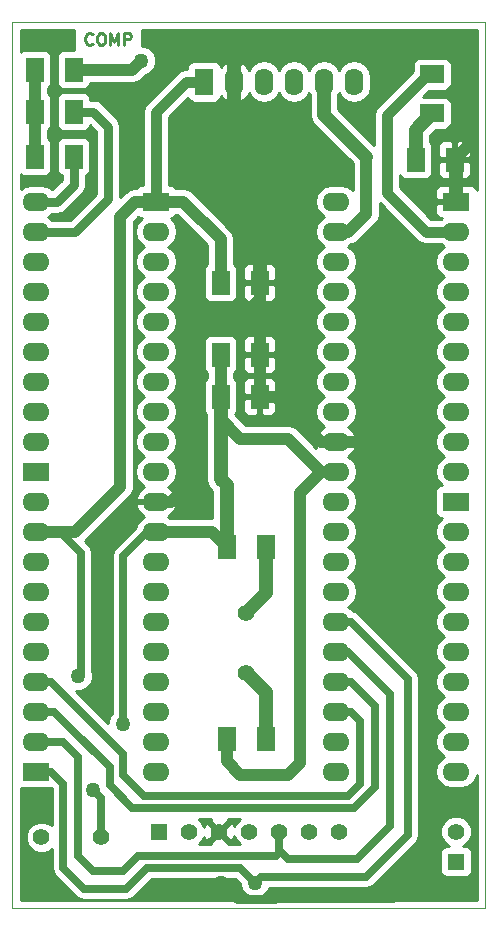
<source format=gtl>
G04 #@! TF.FileFunction,Copper,L1,Top,Signal*
%FSLAX46Y46*%
G04 Gerber Fmt 4.6, Leading zero omitted, Abs format (unit mm)*
G04 Created by KiCad (PCBNEW (2015-01-16 BZR 5376)-product) date 6/25/2015 4:24:09 PM*
%MOMM*%
G01*
G04 APERTURE LIST*
%ADD10C,0.150000*%
%ADD11C,0.254000*%
%ADD12C,0.100000*%
%ADD13R,1.524000X2.032000*%
%ADD14R,1.574800X2.286000*%
%ADD15O,1.574800X2.286000*%
%ADD16R,2.286000X1.574800*%
%ADD17O,2.286000X1.574800*%
%ADD18C,1.422400*%
%ADD19R,2.032000X1.524000*%
%ADD20R,1.397000X1.397000*%
%ADD21C,1.397000*%
%ADD22C,1.270000*%
%ADD23C,1.016000*%
%ADD24C,1.143000*%
%ADD25C,0.762000*%
%ADD26C,0.889000*%
%ADD27C,0.635000*%
G04 APERTURE END LIST*
D10*
D11*
X195289714Y-76816857D02*
X195241333Y-76865238D01*
X195096190Y-76913619D01*
X194999428Y-76913619D01*
X194854286Y-76865238D01*
X194757524Y-76768476D01*
X194709143Y-76671714D01*
X194660762Y-76478190D01*
X194660762Y-76333048D01*
X194709143Y-76139524D01*
X194757524Y-76042762D01*
X194854286Y-75946000D01*
X194999428Y-75897619D01*
X195096190Y-75897619D01*
X195241333Y-75946000D01*
X195289714Y-75994381D01*
X195918667Y-75897619D02*
X196112190Y-75897619D01*
X196208952Y-75946000D01*
X196305714Y-76042762D01*
X196354095Y-76236286D01*
X196354095Y-76574952D01*
X196305714Y-76768476D01*
X196208952Y-76865238D01*
X196112190Y-76913619D01*
X195918667Y-76913619D01*
X195821905Y-76865238D01*
X195725143Y-76768476D01*
X195676762Y-76574952D01*
X195676762Y-76236286D01*
X195725143Y-76042762D01*
X195821905Y-75946000D01*
X195918667Y-75897619D01*
X196789524Y-76913619D02*
X196789524Y-75897619D01*
X197128190Y-76623333D01*
X197466857Y-75897619D01*
X197466857Y-76913619D01*
X197950667Y-76913619D02*
X197950667Y-75897619D01*
X198337714Y-75897619D01*
X198434476Y-75946000D01*
X198482857Y-75994381D01*
X198531238Y-76091143D01*
X198531238Y-76236286D01*
X198482857Y-76333048D01*
X198434476Y-76381429D01*
X198337714Y-76429810D01*
X197950667Y-76429810D01*
D12*
X228500000Y-150000000D02*
X188500000Y-150000000D01*
X228500000Y-75000000D02*
X228500000Y-150000000D01*
X188500000Y-75000000D02*
X188500000Y-150000000D01*
X188500000Y-75000000D02*
X228500000Y-75000000D01*
D13*
X206121000Y-97028000D03*
X209423000Y-97028000D03*
X206629000Y-119380000D03*
X209931000Y-119380000D03*
X206629000Y-135636000D03*
X209931000Y-135636000D03*
X206121000Y-106680000D03*
X209423000Y-106680000D03*
X206121000Y-103124000D03*
X209423000Y-103124000D03*
D14*
X204724000Y-80010000D03*
D15*
X207264000Y-80010000D03*
X209804000Y-80010000D03*
X212344000Y-80010000D03*
X214884000Y-80010000D03*
X217424000Y-80010000D03*
D16*
X190500000Y-113030000D03*
D17*
X190500000Y-110490000D03*
X190500000Y-107950000D03*
X190500000Y-105410000D03*
X190500000Y-102870000D03*
X190500000Y-100330000D03*
X190500000Y-97790000D03*
X190500000Y-95250000D03*
X190500000Y-92710000D03*
X190500000Y-90170000D03*
D16*
X190500000Y-138430000D03*
D17*
X190500000Y-135890000D03*
X190500000Y-133350000D03*
X190500000Y-130810000D03*
X190500000Y-128270000D03*
X190500000Y-125730000D03*
X190500000Y-123190000D03*
X190500000Y-120650000D03*
X190500000Y-118110000D03*
X190500000Y-115570000D03*
D16*
X226060000Y-115570000D03*
D17*
X226060000Y-118110000D03*
X226060000Y-120650000D03*
X226060000Y-123190000D03*
X226060000Y-125730000D03*
X226060000Y-128270000D03*
X226060000Y-130810000D03*
X226060000Y-133350000D03*
X226060000Y-135890000D03*
X226060000Y-138430000D03*
D16*
X226060000Y-90170000D03*
D17*
X226060000Y-92710000D03*
X226060000Y-95250000D03*
X226060000Y-97790000D03*
X226060000Y-100330000D03*
X226060000Y-102870000D03*
X226060000Y-105410000D03*
X226060000Y-107950000D03*
X226060000Y-110490000D03*
X226060000Y-113030000D03*
D18*
X208280000Y-130048000D03*
X208280000Y-124968000D03*
D16*
X200660000Y-90170000D03*
D17*
X200660000Y-92710000D03*
X200660000Y-95250000D03*
X200660000Y-97790000D03*
X200660000Y-100330000D03*
X200660000Y-102870000D03*
X200660000Y-105410000D03*
X200660000Y-107950000D03*
X200660000Y-110490000D03*
X200660000Y-113030000D03*
X200660000Y-115570000D03*
X200660000Y-118110000D03*
X200660000Y-120650000D03*
X200660000Y-123190000D03*
X200660000Y-125730000D03*
X200660000Y-128270000D03*
X200660000Y-130810000D03*
X200660000Y-133350000D03*
X200660000Y-135890000D03*
X200660000Y-138430000D03*
X215900000Y-138430000D03*
X215900000Y-135890000D03*
X215900000Y-133350000D03*
X215900000Y-130810000D03*
X215900000Y-128270000D03*
X215900000Y-125730000D03*
X215900000Y-123190000D03*
X215900000Y-120650000D03*
X215900000Y-118110000D03*
X215900000Y-115570000D03*
X215900000Y-113030000D03*
X215900000Y-110490000D03*
X215900000Y-107950000D03*
X215900000Y-105410000D03*
X215900000Y-102870000D03*
X215900000Y-100330000D03*
X215900000Y-97790000D03*
X215900000Y-95250000D03*
X215900000Y-92710000D03*
X215900000Y-90170000D03*
D13*
X225933000Y-86614000D03*
X222631000Y-86614000D03*
D19*
X224028000Y-82677000D03*
X224028000Y-79375000D03*
D13*
X193675000Y-82550000D03*
X190373000Y-82550000D03*
X193675000Y-86360000D03*
X190373000Y-86360000D03*
X190373000Y-78994000D03*
X193675000Y-78994000D03*
D20*
X200914000Y-143510000D03*
D21*
X203454000Y-143510000D03*
X205994000Y-143510000D03*
X208534000Y-143510000D03*
X211074000Y-143510000D03*
X213614000Y-143510000D03*
X216154000Y-143510000D03*
D20*
X226060000Y-146050000D03*
D21*
X226060000Y-143510000D03*
X196040000Y-144000000D03*
X190960000Y-144000000D03*
D22*
X206121000Y-147828000D03*
X195326000Y-139954000D03*
X194056000Y-130302000D03*
X209042000Y-147828000D03*
X197866000Y-134366000D03*
X199390000Y-78232000D03*
D23*
X207010000Y-79756000D02*
X207010000Y-80010000D01*
X209423000Y-103124000D02*
X209423000Y-106680000D01*
X210820000Y-106680000D02*
X214630000Y-110490000D01*
X214630000Y-110490000D02*
X215900000Y-110490000D01*
X209423000Y-106680000D02*
X210820000Y-106680000D01*
X201930000Y-115570000D02*
X203708000Y-113792000D01*
X203708000Y-102616000D02*
X203708000Y-101600000D01*
X203708000Y-113792000D02*
X203708000Y-102616000D01*
X200660000Y-115570000D02*
X201930000Y-115570000D01*
X209423000Y-103124000D02*
X209423000Y-97028000D01*
X203708000Y-101092000D02*
X204724000Y-100076000D01*
X204724000Y-100076000D02*
X207772000Y-100076000D01*
X207772000Y-100076000D02*
X209423000Y-98425000D01*
X209423000Y-98425000D02*
X209423000Y-97028000D01*
X203708000Y-102616000D02*
X203708000Y-101092000D01*
D24*
X226060000Y-86741000D02*
X225933000Y-86614000D01*
X226060000Y-90170000D02*
X226060000Y-86741000D01*
D23*
X225552000Y-77216000D02*
X227076000Y-78740000D01*
X227076000Y-78740000D02*
X227076000Y-85471000D01*
X227076000Y-85471000D02*
X225933000Y-86614000D01*
X211836000Y-77216000D02*
X221488000Y-77216000D01*
X211328000Y-77216000D02*
X211836000Y-77216000D01*
X221488000Y-77216000D02*
X225552000Y-77216000D01*
D24*
X207264000Y-86106000D02*
X207264000Y-80010000D01*
X209423000Y-88265000D02*
X207264000Y-86106000D01*
X209423000Y-97028000D02*
X209423000Y-88265000D01*
X208534000Y-77216000D02*
X207264000Y-78486000D01*
X207264000Y-78486000D02*
X207264000Y-80010000D01*
X211836000Y-77216000D02*
X208534000Y-77216000D01*
D25*
X222250000Y-147574000D02*
X220726000Y-149098000D01*
D23*
X218440000Y-110490000D02*
X223520000Y-115570000D01*
X223520000Y-115570000D02*
X223520000Y-146304000D01*
X223520000Y-146304000D02*
X222250000Y-147574000D01*
X215900000Y-110490000D02*
X218440000Y-110490000D01*
D25*
X207518000Y-149225000D02*
X206121000Y-147828000D01*
X210693000Y-149225000D02*
X207518000Y-149225000D01*
X210820000Y-149098000D02*
X210693000Y-149225000D01*
X220726000Y-149098000D02*
X210820000Y-149098000D01*
D23*
X218440000Y-86360000D02*
X218440000Y-91186000D01*
X216916000Y-92710000D02*
X218440000Y-91186000D01*
X215900000Y-92710000D02*
X216916000Y-92710000D01*
D24*
X214884000Y-82804000D02*
X218440000Y-86360000D01*
X214884000Y-80010000D02*
X214884000Y-82804000D01*
D23*
X206121000Y-93345000D02*
X202946000Y-90170000D01*
X197612000Y-91440000D02*
X198882000Y-90170000D01*
X197612000Y-114300000D02*
X197612000Y-91440000D01*
X190500000Y-118110000D02*
X193802000Y-118110000D01*
X193802000Y-118110000D02*
X197612000Y-114300000D01*
X198882000Y-90170000D02*
X200660000Y-90170000D01*
X206121000Y-93345000D02*
X206121000Y-97028000D01*
X202946000Y-90170000D02*
X206121000Y-93345000D01*
X200660000Y-90170000D02*
X202946000Y-90170000D01*
D26*
X200660000Y-82550000D02*
X203200000Y-80010000D01*
X203200000Y-80010000D02*
X204724000Y-80010000D01*
X200660000Y-90170000D02*
X200660000Y-82550000D01*
D27*
X196040000Y-140668000D02*
X195326000Y-139954000D01*
X194056000Y-130302000D02*
X194310000Y-130048000D01*
X194310000Y-130048000D02*
X194310000Y-119888000D01*
X194310000Y-119888000D02*
X192532000Y-118110000D01*
X192532000Y-118110000D02*
X190500000Y-118110000D01*
X196040000Y-144000000D02*
X196040000Y-140668000D01*
X220218000Y-128778000D02*
X217170000Y-125730000D01*
X217170000Y-125730000D02*
X215900000Y-125730000D01*
X191770000Y-138430000D02*
X190500000Y-138430000D01*
X192786000Y-139446000D02*
X191770000Y-138430000D01*
X192786000Y-146558000D02*
X192786000Y-139446000D01*
X194564000Y-148336000D02*
X192786000Y-146558000D01*
X198120000Y-148336000D02*
X194564000Y-148336000D01*
X198628000Y-147828000D02*
X198120000Y-148336000D01*
X221488000Y-130048000D02*
X221996000Y-130556000D01*
X221996000Y-130556000D02*
X221996000Y-143764000D01*
X221996000Y-143764000D02*
X218440000Y-147320000D01*
X218440000Y-147320000D02*
X209550000Y-147320000D01*
X209550000Y-147320000D02*
X209042000Y-147828000D01*
X220218000Y-128778000D02*
X221488000Y-130048000D01*
X207772000Y-146558000D02*
X199898000Y-146558000D01*
X199898000Y-146558000D02*
X198628000Y-147828000D01*
X209042000Y-147828000D02*
X207772000Y-146558000D01*
D25*
X192278000Y-90170000D02*
X193675000Y-88773000D01*
X193675000Y-88773000D02*
X193675000Y-86360000D01*
X190500000Y-90170000D02*
X192278000Y-90170000D01*
D27*
X211836000Y-145796000D02*
X211074000Y-145034000D01*
X211074000Y-145034000D02*
X211074000Y-143510000D01*
X211074000Y-145288000D02*
X210820000Y-145542000D01*
X210820000Y-145542000D02*
X199136000Y-145542000D01*
X199136000Y-145542000D02*
X197866000Y-146812000D01*
X197866000Y-146812000D02*
X195326000Y-146812000D01*
X195326000Y-146812000D02*
X194056000Y-145542000D01*
X194056000Y-145542000D02*
X194056000Y-137160000D01*
X194056000Y-137160000D02*
X192786000Y-135890000D01*
X192786000Y-135890000D02*
X190500000Y-135890000D01*
X211074000Y-143510000D02*
X211074000Y-145288000D01*
X193802000Y-92710000D02*
X196596000Y-89916000D01*
X216916000Y-128270000D02*
X220472000Y-131826000D01*
X220472000Y-131826000D02*
X220472000Y-143002000D01*
X220472000Y-143002000D02*
X217678000Y-145796000D01*
X217678000Y-145796000D02*
X211836000Y-145796000D01*
X215900000Y-128270000D02*
X216916000Y-128270000D01*
D25*
X195326000Y-82550000D02*
X193675000Y-82550000D01*
X196596000Y-83820000D02*
X195326000Y-82550000D01*
X196596000Y-89916000D02*
X196596000Y-83820000D01*
X193802000Y-92710000D02*
X196596000Y-89916000D01*
X190500000Y-92710000D02*
X193802000Y-92710000D01*
D23*
X206121000Y-103124000D02*
X206121000Y-106680000D01*
X206121000Y-106680000D02*
X206121000Y-113792000D01*
X214630000Y-113030000D02*
X211836000Y-110236000D01*
X211836000Y-110236000D02*
X207772000Y-110236000D01*
X207772000Y-110236000D02*
X206121000Y-108585000D01*
X206121000Y-108585000D02*
X206121000Y-106680000D01*
X215900000Y-113030000D02*
X214630000Y-113030000D01*
X214630000Y-113030000D02*
X215900000Y-113030000D01*
X212852000Y-130556000D02*
X212852000Y-114808000D01*
X212852000Y-131064000D02*
X212852000Y-130556000D01*
X212852000Y-114808000D02*
X214630000Y-113030000D01*
D24*
X206121000Y-113665000D02*
X206629000Y-114173000D01*
X206629000Y-114173000D02*
X206629000Y-119380000D01*
X206121000Y-106680000D02*
X206121000Y-113665000D01*
D23*
X211836000Y-138684000D02*
X207772000Y-138684000D01*
X212852000Y-137668000D02*
X211836000Y-138684000D01*
X212852000Y-130556000D02*
X212852000Y-137668000D01*
X205359000Y-118110000D02*
X206629000Y-119380000D01*
X200660000Y-118110000D02*
X205359000Y-118110000D01*
D26*
X223520000Y-92710000D02*
X220218000Y-89408000D01*
X220218000Y-89408000D02*
X220218000Y-82804000D01*
X220218000Y-82804000D02*
X223647000Y-79375000D01*
X223647000Y-79375000D02*
X224028000Y-79375000D01*
X226060000Y-92710000D02*
X223520000Y-92710000D01*
D23*
X206629000Y-137541000D02*
X207772000Y-138684000D01*
X206629000Y-135636000D02*
X206629000Y-137541000D01*
D27*
X197866000Y-134366000D02*
X197866000Y-123444000D01*
X197866000Y-123444000D02*
X197866000Y-120142000D01*
X197866000Y-120142000D02*
X199898000Y-118110000D01*
X199898000Y-118110000D02*
X200660000Y-118110000D01*
D23*
X198628000Y-78994000D02*
X199390000Y-78232000D01*
X193675000Y-78994000D02*
X198628000Y-78994000D01*
X190373000Y-86360000D02*
X190373000Y-82550000D01*
X190373000Y-82550000D02*
X190373000Y-78994000D01*
D24*
X222631000Y-84074000D02*
X224028000Y-82677000D01*
X222631000Y-86614000D02*
X222631000Y-84074000D01*
X209931000Y-123317000D02*
X208280000Y-124968000D01*
X209931000Y-119380000D02*
X209931000Y-123317000D01*
X209931000Y-131699000D02*
X208280000Y-130048000D01*
X209931000Y-135636000D02*
X209931000Y-131699000D01*
D27*
X217170000Y-130810000D02*
X219202000Y-132842000D01*
X215900000Y-130810000D02*
X217170000Y-130810000D01*
X219202000Y-132842000D02*
X219202000Y-139700000D01*
X219202000Y-139700000D02*
X217424000Y-141478000D01*
X217424000Y-141478000D02*
X198628000Y-141478000D01*
X198628000Y-141478000D02*
X196723000Y-139573000D01*
X196723000Y-138049000D02*
X193040000Y-134366000D01*
X193040000Y-134366000D02*
X193040000Y-134366000D01*
X193040000Y-134366000D02*
X192024000Y-133350000D01*
X192024000Y-133350000D02*
X190500000Y-133350000D01*
X196723000Y-139573000D02*
X196723000Y-138049000D01*
X194056000Y-133096000D02*
X194056000Y-133096000D01*
X194056000Y-133096000D02*
X191770000Y-130810000D01*
X191770000Y-130810000D02*
X190500000Y-130810000D01*
X197866000Y-136906000D02*
X194056000Y-133096000D01*
X200660000Y-140462000D02*
X199644000Y-140462000D01*
X199644000Y-140462000D02*
X197866000Y-138684000D01*
X217940000Y-139446000D02*
X217932000Y-139446000D01*
X217932000Y-139446000D02*
X216916000Y-140462000D01*
X215900000Y-133350000D02*
X217170000Y-133350000D01*
X217170000Y-133350000D02*
X217940000Y-134120000D01*
X216916000Y-140462000D02*
X200660000Y-140462000D01*
X217940000Y-134120000D02*
X217940000Y-139446000D01*
X197866000Y-138684000D02*
X197866000Y-136906000D01*
D11*
G36*
X207727884Y-142430500D02*
X207404174Y-142753647D01*
X207270685Y-143075122D01*
X207163798Y-142817072D01*
X206928186Y-142755419D01*
X206173605Y-143510000D01*
X206928186Y-144264581D01*
X207163798Y-144202928D01*
X207262082Y-143923683D01*
X207402855Y-144264380D01*
X207727408Y-144589500D01*
X206710556Y-144589500D01*
X206748581Y-144444186D01*
X205994000Y-143689605D01*
X205239419Y-144444186D01*
X205277443Y-144589500D01*
X204260115Y-144589500D01*
X204583826Y-144266353D01*
X204717314Y-143944877D01*
X204824202Y-144202928D01*
X205059814Y-144264581D01*
X205814395Y-143510000D01*
X205059814Y-142755419D01*
X204824202Y-142817072D01*
X204725917Y-143096316D01*
X204585145Y-142755620D01*
X204260591Y-142430500D01*
X205277443Y-142430500D01*
X205239419Y-142575814D01*
X205994000Y-143330395D01*
X206748581Y-142575814D01*
X206710556Y-142430500D01*
X207727884Y-142430500D01*
X207727884Y-142430500D01*
G37*
X207727884Y-142430500D02*
X207404174Y-142753647D01*
X207270685Y-143075122D01*
X207163798Y-142817072D01*
X206928186Y-142755419D01*
X206173605Y-143510000D01*
X206928186Y-144264581D01*
X207163798Y-144202928D01*
X207262082Y-143923683D01*
X207402855Y-144264380D01*
X207727408Y-144589500D01*
X206710556Y-144589500D01*
X206748581Y-144444186D01*
X205994000Y-143689605D01*
X205239419Y-144444186D01*
X205277443Y-144589500D01*
X204260115Y-144589500D01*
X204583826Y-144266353D01*
X204717314Y-143944877D01*
X204824202Y-144202928D01*
X205059814Y-144264581D01*
X205814395Y-143510000D01*
X205059814Y-142755419D01*
X204824202Y-142817072D01*
X204725917Y-143096316D01*
X204585145Y-142755620D01*
X204260591Y-142430500D01*
X205277443Y-142430500D01*
X205239419Y-142575814D01*
X205994000Y-143330395D01*
X206748581Y-142575814D01*
X206710556Y-142430500D01*
X207727884Y-142430500D01*
G36*
X227815000Y-149315000D02*
X227393730Y-149315000D01*
X227393730Y-143245914D01*
X227191145Y-142755620D01*
X226816353Y-142380174D01*
X226326413Y-142176733D01*
X225795914Y-142176270D01*
X225305620Y-142378855D01*
X224930174Y-142753647D01*
X224726733Y-143243587D01*
X224726270Y-143774086D01*
X224928855Y-144264380D01*
X225303647Y-144639826D01*
X225488033Y-144716390D01*
X225235745Y-144716390D01*
X225002271Y-144812859D01*
X224823487Y-144991332D01*
X224726611Y-145224636D01*
X224726390Y-145477255D01*
X224726390Y-146874255D01*
X224822859Y-147107729D01*
X225001332Y-147286513D01*
X225234636Y-147383389D01*
X225487255Y-147383610D01*
X226884255Y-147383610D01*
X227117729Y-147287141D01*
X227296513Y-147108668D01*
X227393389Y-146875364D01*
X227393610Y-146622745D01*
X227393610Y-145225745D01*
X227297141Y-144992271D01*
X227118668Y-144813487D01*
X226885364Y-144716611D01*
X226632745Y-144716390D01*
X226632272Y-144716390D01*
X226814380Y-144641145D01*
X227189826Y-144266353D01*
X227393267Y-143776413D01*
X227393730Y-143245914D01*
X227393730Y-149315000D01*
X189185000Y-149315000D01*
X189185000Y-139833546D01*
X189230136Y-139852289D01*
X189482755Y-139852510D01*
X191768755Y-139852510D01*
X191823040Y-139830079D01*
X191833500Y-139840538D01*
X191833500Y-142987525D01*
X191716353Y-142870174D01*
X191226413Y-142666733D01*
X190695914Y-142666270D01*
X190205620Y-142868855D01*
X189830174Y-143243647D01*
X189626733Y-143733587D01*
X189626270Y-144264086D01*
X189828855Y-144754380D01*
X190203647Y-145129826D01*
X190693587Y-145333267D01*
X191224086Y-145333730D01*
X191714380Y-145131145D01*
X191833500Y-145012232D01*
X191833500Y-146558000D01*
X191906005Y-146922506D01*
X192112481Y-147231519D01*
X193890480Y-149009519D01*
X193890481Y-149009519D01*
X194199494Y-149215995D01*
X194563999Y-149288499D01*
X194564000Y-149288500D01*
X198120000Y-149288500D01*
X198484506Y-149215995D01*
X198793519Y-149009519D01*
X199301519Y-148501520D01*
X199301519Y-148501519D01*
X199301521Y-148501516D01*
X200292538Y-147510500D01*
X207377462Y-147510500D01*
X207771932Y-147904970D01*
X207771780Y-148079510D01*
X207964718Y-148546458D01*
X208321663Y-148904026D01*
X208788273Y-149097779D01*
X209293510Y-149098220D01*
X209760458Y-148905282D01*
X210118026Y-148548337D01*
X210232563Y-148272500D01*
X218440000Y-148272500D01*
X218804506Y-148199995D01*
X219113519Y-147993519D01*
X222669519Y-144437520D01*
X222669519Y-144437519D01*
X222875995Y-144128506D01*
X222948499Y-143764000D01*
X222948500Y-143764000D01*
X222948500Y-130556000D01*
X222875995Y-130191494D01*
X222669519Y-129882481D01*
X222669519Y-129882480D01*
X222161519Y-129374481D01*
X220891521Y-128104483D01*
X220891519Y-128104481D01*
X220891519Y-128104480D01*
X217843519Y-125056481D01*
X217534506Y-124850005D01*
X217356633Y-124814623D01*
X217296222Y-124724211D01*
X216900801Y-124459999D01*
X217296222Y-124195789D01*
X217604559Y-123734329D01*
X217712833Y-123190000D01*
X217604559Y-122645671D01*
X217296222Y-122184211D01*
X216900801Y-121919999D01*
X217296222Y-121655789D01*
X217604559Y-121194329D01*
X217712833Y-120650000D01*
X217604559Y-120105671D01*
X217296222Y-119644211D01*
X216900801Y-119379999D01*
X217296222Y-119115789D01*
X217604559Y-118654329D01*
X217712833Y-118110000D01*
X217604559Y-117565671D01*
X217296222Y-117104211D01*
X216900801Y-116839999D01*
X217296222Y-116575789D01*
X217604559Y-116114329D01*
X217712833Y-115570000D01*
X217604559Y-115025671D01*
X217296222Y-114564211D01*
X216900801Y-114299999D01*
X217296222Y-114035789D01*
X217604559Y-113574329D01*
X217712833Y-113030000D01*
X217604559Y-112485671D01*
X217296222Y-112024211D01*
X216901170Y-111760246D01*
X216917262Y-111755525D01*
X217351191Y-111405986D01*
X217618327Y-110916996D01*
X217635010Y-110837060D01*
X217512851Y-110617000D01*
X216027000Y-110617000D01*
X216027000Y-110637000D01*
X215773000Y-110637000D01*
X215773000Y-110617000D01*
X214287149Y-110617000D01*
X214164990Y-110837060D01*
X214181673Y-110916996D01*
X214239747Y-111023301D01*
X212644223Y-109427777D01*
X212273407Y-109180006D01*
X211836000Y-109093000D01*
X210820110Y-109093000D01*
X210820110Y-107570245D01*
X210820110Y-105789755D01*
X210820110Y-104014245D01*
X210820110Y-102233755D01*
X210820110Y-97918245D01*
X210820110Y-96137755D01*
X210819889Y-95885136D01*
X210723013Y-95651832D01*
X210544229Y-95473359D01*
X210310755Y-95376890D01*
X209708750Y-95377000D01*
X209550000Y-95535750D01*
X209550000Y-96901000D01*
X210661250Y-96901000D01*
X210820000Y-96742250D01*
X210820110Y-96137755D01*
X210820110Y-97918245D01*
X210820000Y-97313750D01*
X210661250Y-97155000D01*
X209550000Y-97155000D01*
X209550000Y-98520250D01*
X209708750Y-98679000D01*
X210310755Y-98679110D01*
X210544229Y-98582641D01*
X210723013Y-98404168D01*
X210819889Y-98170864D01*
X210820110Y-97918245D01*
X210820110Y-102233755D01*
X210819889Y-101981136D01*
X210723013Y-101747832D01*
X210544229Y-101569359D01*
X210310755Y-101472890D01*
X209708750Y-101473000D01*
X209550000Y-101631750D01*
X209550000Y-102997000D01*
X210661250Y-102997000D01*
X210820000Y-102838250D01*
X210820110Y-102233755D01*
X210820110Y-104014245D01*
X210820000Y-103409750D01*
X210661250Y-103251000D01*
X209550000Y-103251000D01*
X209550000Y-104616250D01*
X209708750Y-104775000D01*
X210310755Y-104775110D01*
X210544229Y-104678641D01*
X210723013Y-104500168D01*
X210819889Y-104266864D01*
X210820110Y-104014245D01*
X210820110Y-105789755D01*
X210819889Y-105537136D01*
X210723013Y-105303832D01*
X210544229Y-105125359D01*
X210310755Y-105028890D01*
X209708750Y-105029000D01*
X209550000Y-105187750D01*
X209550000Y-106553000D01*
X210661250Y-106553000D01*
X210820000Y-106394250D01*
X210820110Y-105789755D01*
X210820110Y-107570245D01*
X210820000Y-106965750D01*
X210661250Y-106807000D01*
X209550000Y-106807000D01*
X209550000Y-108172250D01*
X209708750Y-108331000D01*
X210310755Y-108331110D01*
X210544229Y-108234641D01*
X210723013Y-108056168D01*
X210819889Y-107822864D01*
X210820110Y-107570245D01*
X210820110Y-109093000D01*
X209296000Y-109093000D01*
X209296000Y-108172250D01*
X209296000Y-106807000D01*
X209296000Y-106553000D01*
X209296000Y-105187750D01*
X209296000Y-104616250D01*
X209296000Y-103251000D01*
X209296000Y-102997000D01*
X209296000Y-101631750D01*
X209296000Y-98520250D01*
X209296000Y-97155000D01*
X209296000Y-96901000D01*
X209296000Y-95535750D01*
X209137250Y-95377000D01*
X208535245Y-95376890D01*
X208301771Y-95473359D01*
X208122987Y-95651832D01*
X208026111Y-95885136D01*
X208025890Y-96137755D01*
X208026000Y-96742250D01*
X208184750Y-96901000D01*
X209296000Y-96901000D01*
X209296000Y-97155000D01*
X208184750Y-97155000D01*
X208026000Y-97313750D01*
X208025890Y-97918245D01*
X208026111Y-98170864D01*
X208122987Y-98404168D01*
X208301771Y-98582641D01*
X208535245Y-98679110D01*
X209137250Y-98679000D01*
X209296000Y-98520250D01*
X209296000Y-101631750D01*
X209137250Y-101473000D01*
X208535245Y-101472890D01*
X208301771Y-101569359D01*
X208122987Y-101747832D01*
X208026111Y-101981136D01*
X208025890Y-102233755D01*
X208026000Y-102838250D01*
X208184750Y-102997000D01*
X209296000Y-102997000D01*
X209296000Y-103251000D01*
X208184750Y-103251000D01*
X208026000Y-103409750D01*
X208025890Y-104014245D01*
X208026111Y-104266864D01*
X208122987Y-104500168D01*
X208301771Y-104678641D01*
X208535245Y-104775110D01*
X209137250Y-104775000D01*
X209296000Y-104616250D01*
X209296000Y-105187750D01*
X209137250Y-105029000D01*
X208535245Y-105028890D01*
X208301771Y-105125359D01*
X208122987Y-105303832D01*
X208026111Y-105537136D01*
X208025890Y-105789755D01*
X208026000Y-106394250D01*
X208184750Y-106553000D01*
X209296000Y-106553000D01*
X209296000Y-106807000D01*
X208184750Y-106807000D01*
X208026000Y-106965750D01*
X208025890Y-107570245D01*
X208026111Y-107822864D01*
X208122987Y-108056168D01*
X208301771Y-108234641D01*
X208535245Y-108331110D01*
X209137250Y-108331000D01*
X209296000Y-108172250D01*
X209296000Y-109093000D01*
X208245446Y-109093000D01*
X207327500Y-108175054D01*
X207327500Y-108149518D01*
X207421013Y-108056168D01*
X207517889Y-107822864D01*
X207518110Y-107570245D01*
X207518110Y-105538245D01*
X207421641Y-105304771D01*
X207264000Y-105146855D01*
X207264000Y-104656907D01*
X207421013Y-104500168D01*
X207517889Y-104266864D01*
X207518110Y-104014245D01*
X207518110Y-101982245D01*
X207421641Y-101748771D01*
X207243168Y-101569987D01*
X207009864Y-101473111D01*
X206757245Y-101472890D01*
X205233245Y-101472890D01*
X204999771Y-101569359D01*
X204820987Y-101747832D01*
X204724111Y-101981136D01*
X204723890Y-102233755D01*
X204723890Y-104265755D01*
X204820359Y-104499229D01*
X204978000Y-104657144D01*
X204978000Y-105147092D01*
X204820987Y-105303832D01*
X204724111Y-105537136D01*
X204723890Y-105789755D01*
X204723890Y-107821755D01*
X204820359Y-108055229D01*
X204914500Y-108149534D01*
X204914500Y-113665000D01*
X205006339Y-114126708D01*
X205060786Y-114208194D01*
X205065006Y-114229407D01*
X205312777Y-114600223D01*
X205422500Y-114673537D01*
X205422500Y-116979630D01*
X205359000Y-116967000D01*
X201850870Y-116967000D01*
X201661170Y-116840246D01*
X201677262Y-116835525D01*
X202111191Y-116485986D01*
X202378327Y-115996996D01*
X202395010Y-115917060D01*
X202272851Y-115697000D01*
X200787000Y-115697000D01*
X200787000Y-115717000D01*
X200533000Y-115717000D01*
X200533000Y-115697000D01*
X199047149Y-115697000D01*
X198924990Y-115917060D01*
X198941673Y-115996996D01*
X199208809Y-116485986D01*
X199642738Y-116835525D01*
X199658829Y-116840246D01*
X199263778Y-117104211D01*
X198955441Y-117565671D01*
X198920715Y-117740245D01*
X197192481Y-119468481D01*
X196986005Y-119777494D01*
X196913500Y-120142000D01*
X196913500Y-123444000D01*
X196913500Y-133522352D01*
X196789974Y-133645663D01*
X196596221Y-134112273D01*
X196596066Y-134289028D01*
X194729519Y-132422481D01*
X193878883Y-131571845D01*
X194307510Y-131572220D01*
X194774458Y-131379282D01*
X195132026Y-131022337D01*
X195325779Y-130555727D01*
X195326220Y-130050490D01*
X195262500Y-129896275D01*
X195262500Y-119888000D01*
X195262499Y-119887999D01*
X195189995Y-119523494D01*
X194983519Y-119214481D01*
X194983519Y-119214480D01*
X194648742Y-118879703D01*
X198420223Y-115108224D01*
X198420223Y-115108223D01*
X198585777Y-114860453D01*
X198667993Y-114737408D01*
X198667994Y-114737407D01*
X198754999Y-114300000D01*
X198755000Y-114300000D01*
X198755000Y-91913446D01*
X199168279Y-91500166D01*
X199390136Y-91592289D01*
X199431227Y-91592324D01*
X199263778Y-91704211D01*
X198955441Y-92165671D01*
X198847167Y-92710000D01*
X198955441Y-93254329D01*
X199263778Y-93715789D01*
X199659198Y-93979999D01*
X199263778Y-94244211D01*
X198955441Y-94705671D01*
X198847167Y-95250000D01*
X198955441Y-95794329D01*
X199263778Y-96255789D01*
X199659198Y-96519999D01*
X199263778Y-96784211D01*
X198955441Y-97245671D01*
X198847167Y-97790000D01*
X198955441Y-98334329D01*
X199263778Y-98795789D01*
X199659198Y-99059999D01*
X199263778Y-99324211D01*
X198955441Y-99785671D01*
X198847167Y-100330000D01*
X198955441Y-100874329D01*
X199263778Y-101335789D01*
X199659198Y-101599999D01*
X199263778Y-101864211D01*
X198955441Y-102325671D01*
X198847167Y-102870000D01*
X198955441Y-103414329D01*
X199263778Y-103875789D01*
X199659198Y-104139999D01*
X199263778Y-104404211D01*
X198955441Y-104865671D01*
X198847167Y-105410000D01*
X198955441Y-105954329D01*
X199263778Y-106415789D01*
X199659198Y-106679999D01*
X199263778Y-106944211D01*
X198955441Y-107405671D01*
X198847167Y-107950000D01*
X198955441Y-108494329D01*
X199263778Y-108955789D01*
X199659198Y-109219999D01*
X199263778Y-109484211D01*
X198955441Y-109945671D01*
X198847167Y-110490000D01*
X198955441Y-111034329D01*
X199263778Y-111495789D01*
X199659198Y-111759999D01*
X199263778Y-112024211D01*
X198955441Y-112485671D01*
X198847167Y-113030000D01*
X198955441Y-113574329D01*
X199263778Y-114035789D01*
X199658829Y-114299753D01*
X199642738Y-114304475D01*
X199208809Y-114654014D01*
X198941673Y-115143004D01*
X198924990Y-115222940D01*
X199047149Y-115443000D01*
X200533000Y-115443000D01*
X200533000Y-115423000D01*
X200787000Y-115423000D01*
X200787000Y-115443000D01*
X202272851Y-115443000D01*
X202395010Y-115222940D01*
X202378327Y-115143004D01*
X202111191Y-114654014D01*
X201677262Y-114304475D01*
X201661170Y-114299753D01*
X202056222Y-114035789D01*
X202364559Y-113574329D01*
X202472833Y-113030000D01*
X202364559Y-112485671D01*
X202056222Y-112024211D01*
X201660801Y-111759999D01*
X202056222Y-111495789D01*
X202364559Y-111034329D01*
X202472833Y-110490000D01*
X202364559Y-109945671D01*
X202056222Y-109484211D01*
X201660801Y-109219999D01*
X202056222Y-108955789D01*
X202364559Y-108494329D01*
X202472833Y-107950000D01*
X202364559Y-107405671D01*
X202056222Y-106944211D01*
X201660801Y-106679999D01*
X202056222Y-106415789D01*
X202364559Y-105954329D01*
X202472833Y-105410000D01*
X202364559Y-104865671D01*
X202056222Y-104404211D01*
X201660801Y-104139999D01*
X202056222Y-103875789D01*
X202364559Y-103414329D01*
X202472833Y-102870000D01*
X202364559Y-102325671D01*
X202056222Y-101864211D01*
X201660801Y-101599999D01*
X202056222Y-101335789D01*
X202364559Y-100874329D01*
X202472833Y-100330000D01*
X202364559Y-99785671D01*
X202056222Y-99324211D01*
X201660801Y-99059999D01*
X202056222Y-98795789D01*
X202364559Y-98334329D01*
X202472833Y-97790000D01*
X202364559Y-97245671D01*
X202056222Y-96784211D01*
X201660801Y-96519999D01*
X202056222Y-96255789D01*
X202364559Y-95794329D01*
X202472833Y-95250000D01*
X202364559Y-94705671D01*
X202056222Y-94244211D01*
X201660801Y-93979999D01*
X202056222Y-93715789D01*
X202364559Y-93254329D01*
X202472833Y-92710000D01*
X202364559Y-92165671D01*
X202056222Y-91704211D01*
X201889049Y-91592510D01*
X201928755Y-91592510D01*
X202162229Y-91496041D01*
X202341013Y-91317568D01*
X202342909Y-91313000D01*
X202472554Y-91313000D01*
X204978000Y-93818446D01*
X204978000Y-95495092D01*
X204820987Y-95651832D01*
X204724111Y-95885136D01*
X204723890Y-96137755D01*
X204723890Y-98169755D01*
X204820359Y-98403229D01*
X204998832Y-98582013D01*
X205232136Y-98678889D01*
X205484755Y-98679110D01*
X207008755Y-98679110D01*
X207242229Y-98582641D01*
X207421013Y-98404168D01*
X207517889Y-98170864D01*
X207518110Y-97918245D01*
X207518110Y-95886245D01*
X207421641Y-95652771D01*
X207264000Y-95494855D01*
X207264000Y-93345000D01*
X207176994Y-92907593D01*
X206929223Y-92536777D01*
X203754223Y-89361777D01*
X203383407Y-89114006D01*
X202946000Y-89027000D01*
X202343140Y-89027000D01*
X202341641Y-89023371D01*
X202163168Y-88844587D01*
X201929864Y-88747711D01*
X201739500Y-88747544D01*
X201739500Y-82997143D01*
X203347217Y-81389425D01*
X203397959Y-81512229D01*
X203576432Y-81691013D01*
X203809736Y-81787889D01*
X204062355Y-81788110D01*
X205637155Y-81788110D01*
X205870629Y-81691641D01*
X206049413Y-81513168D01*
X206146289Y-81279864D01*
X206146349Y-81210838D01*
X206348014Y-81461191D01*
X206837004Y-81728327D01*
X206916940Y-81745010D01*
X207137000Y-81622851D01*
X207137000Y-80137000D01*
X207117000Y-80137000D01*
X207117000Y-79883000D01*
X207137000Y-79883000D01*
X207137000Y-78397149D01*
X206916940Y-78274990D01*
X206837004Y-78291673D01*
X206348014Y-78558809D01*
X206146510Y-78808962D01*
X206146510Y-78741245D01*
X206050041Y-78507771D01*
X205871568Y-78328987D01*
X205638264Y-78232111D01*
X205385645Y-78231890D01*
X203810845Y-78231890D01*
X203577371Y-78328359D01*
X203398587Y-78506832D01*
X203301711Y-78740136D01*
X203301544Y-78930500D01*
X203200000Y-78930500D01*
X202786893Y-79012672D01*
X202436678Y-79246678D01*
X202436675Y-79246681D01*
X199896678Y-81786678D01*
X199662672Y-82136893D01*
X199580500Y-82550000D01*
X199580500Y-88747490D01*
X199391245Y-88747490D01*
X199157771Y-88843959D01*
X198978987Y-89022432D01*
X198977090Y-89027000D01*
X198882000Y-89027000D01*
X198444593Y-89114006D01*
X198073777Y-89361777D01*
X197612000Y-89823554D01*
X197612000Y-83820000D01*
X197534662Y-83431194D01*
X197534661Y-83431193D01*
X197461580Y-83321821D01*
X197314420Y-83101580D01*
X197314420Y-83101579D01*
X196044420Y-81831580D01*
X195714807Y-81611338D01*
X195650299Y-81598507D01*
X195326000Y-81534000D01*
X195072110Y-81534000D01*
X195072110Y-81408245D01*
X194975641Y-81174771D01*
X194797168Y-80995987D01*
X194563864Y-80899111D01*
X194311245Y-80898890D01*
X192787245Y-80898890D01*
X192553771Y-80995359D01*
X192374987Y-81173832D01*
X192278111Y-81407136D01*
X192277890Y-81659755D01*
X192277890Y-83691755D01*
X192374359Y-83925229D01*
X192552832Y-84104013D01*
X192786136Y-84200889D01*
X193038755Y-84201110D01*
X194562755Y-84201110D01*
X194796229Y-84104641D01*
X194975013Y-83926168D01*
X195060192Y-83721032D01*
X195580000Y-84240840D01*
X195580000Y-89495159D01*
X193381159Y-91694000D01*
X191880940Y-91694000D01*
X191500801Y-91439999D01*
X191880940Y-91186000D01*
X192278000Y-91186000D01*
X192278000Y-91185999D01*
X192602299Y-91121492D01*
X192666806Y-91108662D01*
X192666807Y-91108662D01*
X192996420Y-90888420D01*
X194393420Y-89491421D01*
X194393420Y-89491420D01*
X194540580Y-89271179D01*
X194613661Y-89161807D01*
X194613662Y-89161806D01*
X194690999Y-88773000D01*
X194691000Y-88773000D01*
X194691000Y-87958120D01*
X194796229Y-87914641D01*
X194975013Y-87736168D01*
X195071889Y-87502864D01*
X195072110Y-87250245D01*
X195072110Y-85218245D01*
X194975641Y-84984771D01*
X194797168Y-84805987D01*
X194563864Y-84709111D01*
X194311245Y-84708890D01*
X192787245Y-84708890D01*
X192553771Y-84805359D01*
X192374987Y-84983832D01*
X192278111Y-85217136D01*
X192277890Y-85469755D01*
X192277890Y-87501755D01*
X192374359Y-87735229D01*
X192552832Y-87914013D01*
X192659000Y-87958097D01*
X192659000Y-88352159D01*
X191866684Y-89144474D01*
X191434762Y-88855874D01*
X190890433Y-88747600D01*
X190109567Y-88747600D01*
X189565238Y-88855874D01*
X189185000Y-89109940D01*
X189185000Y-87848066D01*
X189250832Y-87914013D01*
X189484136Y-88010889D01*
X189736755Y-88011110D01*
X191260755Y-88011110D01*
X191494229Y-87914641D01*
X191673013Y-87736168D01*
X191769889Y-87502864D01*
X191770110Y-87250245D01*
X191770110Y-85218245D01*
X191673641Y-84984771D01*
X191516000Y-84826855D01*
X191516000Y-84082907D01*
X191673013Y-83926168D01*
X191769889Y-83692864D01*
X191770110Y-83440245D01*
X191770110Y-81408245D01*
X191673641Y-81174771D01*
X191516000Y-81016855D01*
X191516000Y-80526907D01*
X191673013Y-80370168D01*
X191769889Y-80136864D01*
X191770110Y-79884245D01*
X191770110Y-77852245D01*
X191673641Y-77618771D01*
X191495168Y-77439987D01*
X191261864Y-77343111D01*
X191009245Y-77342890D01*
X189485245Y-77342890D01*
X189251771Y-77439359D01*
X189185000Y-77506013D01*
X189185000Y-75685000D01*
X193705238Y-75685000D01*
X193705238Y-77342890D01*
X192787245Y-77342890D01*
X192553771Y-77439359D01*
X192374987Y-77617832D01*
X192278111Y-77851136D01*
X192277890Y-78103755D01*
X192277890Y-80135755D01*
X192374359Y-80369229D01*
X192552832Y-80548013D01*
X192786136Y-80644889D01*
X193038755Y-80645110D01*
X194562755Y-80645110D01*
X194796229Y-80548641D01*
X194975013Y-80370168D01*
X195071832Y-80137000D01*
X198628000Y-80137000D01*
X199065407Y-80049994D01*
X199436223Y-79802223D01*
X199802918Y-79435527D01*
X200108458Y-79309282D01*
X200466026Y-78952337D01*
X200659779Y-78485727D01*
X200660220Y-77980490D01*
X200467282Y-77513542D01*
X200110337Y-77155974D01*
X199643727Y-76962221D01*
X199486762Y-76962083D01*
X199486762Y-75685000D01*
X227815000Y-75685000D01*
X227815000Y-89200914D01*
X227741641Y-89023371D01*
X227563168Y-88844587D01*
X227330110Y-88747813D01*
X227330110Y-87504245D01*
X227330110Y-85723755D01*
X227329889Y-85471136D01*
X227233013Y-85237832D01*
X227054229Y-85059359D01*
X226820755Y-84962890D01*
X226218750Y-84963000D01*
X226060000Y-85121750D01*
X226060000Y-86487000D01*
X227171250Y-86487000D01*
X227330000Y-86328250D01*
X227330110Y-85723755D01*
X227330110Y-87504245D01*
X227330000Y-86899750D01*
X227171250Y-86741000D01*
X226060000Y-86741000D01*
X226060000Y-88106250D01*
X226218750Y-88265000D01*
X226820755Y-88265110D01*
X227054229Y-88168641D01*
X227233013Y-87990168D01*
X227329889Y-87756864D01*
X227330110Y-87504245D01*
X227330110Y-88747813D01*
X227329864Y-88747711D01*
X227077245Y-88747490D01*
X226345750Y-88747600D01*
X226187000Y-88906350D01*
X226187000Y-90043000D01*
X226207000Y-90043000D01*
X226207000Y-90297000D01*
X226187000Y-90297000D01*
X226187000Y-90317000D01*
X225933000Y-90317000D01*
X225933000Y-90297000D01*
X225933000Y-90043000D01*
X225933000Y-88906350D01*
X225806000Y-88779350D01*
X225806000Y-88106250D01*
X225806000Y-86741000D01*
X225806000Y-86487000D01*
X225806000Y-85121750D01*
X225647250Y-84963000D01*
X225045245Y-84962890D01*
X224811771Y-85059359D01*
X224632987Y-85237832D01*
X224536111Y-85471136D01*
X224535890Y-85723755D01*
X224536000Y-86328250D01*
X224694750Y-86487000D01*
X225806000Y-86487000D01*
X225806000Y-86741000D01*
X224694750Y-86741000D01*
X224536000Y-86899750D01*
X224535890Y-87504245D01*
X224536111Y-87756864D01*
X224632987Y-87990168D01*
X224811771Y-88168641D01*
X225045245Y-88265110D01*
X225647250Y-88265000D01*
X225806000Y-88106250D01*
X225806000Y-88779350D01*
X225774250Y-88747600D01*
X225042755Y-88747490D01*
X224790136Y-88747711D01*
X224556832Y-88844587D01*
X224378359Y-89023371D01*
X224281890Y-89256845D01*
X224282000Y-89884250D01*
X224440750Y-90043000D01*
X225933000Y-90043000D01*
X225933000Y-90297000D01*
X224440750Y-90297000D01*
X224282000Y-90455750D01*
X224281890Y-91083155D01*
X224378359Y-91316629D01*
X224556832Y-91495413D01*
X224790136Y-91592289D01*
X224831227Y-91592324D01*
X224774094Y-91630500D01*
X223967144Y-91630500D01*
X221297500Y-88960856D01*
X221297500Y-87909703D01*
X221330359Y-87989229D01*
X221508832Y-88168013D01*
X221742136Y-88264889D01*
X221994755Y-88265110D01*
X223518755Y-88265110D01*
X223752229Y-88168641D01*
X223931013Y-87990168D01*
X224027889Y-87756864D01*
X224028110Y-87504245D01*
X224028110Y-85472245D01*
X223931641Y-85238771D01*
X223837500Y-85144465D01*
X223837500Y-84573748D01*
X224337138Y-84074110D01*
X225169755Y-84074110D01*
X225403229Y-83977641D01*
X225582013Y-83799168D01*
X225678889Y-83565864D01*
X225679110Y-83313245D01*
X225679110Y-81789245D01*
X225582641Y-81555771D01*
X225404168Y-81376987D01*
X225170864Y-81280111D01*
X224918245Y-81279890D01*
X223268754Y-81279890D01*
X223776534Y-80772110D01*
X225169755Y-80772110D01*
X225403229Y-80675641D01*
X225582013Y-80497168D01*
X225678889Y-80263864D01*
X225679110Y-80011245D01*
X225679110Y-78487245D01*
X225582641Y-78253771D01*
X225404168Y-78074987D01*
X225170864Y-77978111D01*
X224918245Y-77977890D01*
X222886245Y-77977890D01*
X222652771Y-78074359D01*
X222473987Y-78252832D01*
X222377111Y-78486136D01*
X222376890Y-78738755D01*
X222376890Y-79118466D01*
X219454678Y-82040678D01*
X219220672Y-82390893D01*
X219138500Y-82804000D01*
X219138500Y-85352251D01*
X216090500Y-82304251D01*
X216090500Y-81105836D01*
X216154000Y-81010801D01*
X216418211Y-81406222D01*
X216879671Y-81714559D01*
X217424000Y-81822833D01*
X217968329Y-81714559D01*
X218429789Y-81406222D01*
X218738126Y-80944762D01*
X218846400Y-80400433D01*
X218846400Y-79619567D01*
X218738126Y-79075238D01*
X218429789Y-78613778D01*
X217968329Y-78305441D01*
X217424000Y-78197167D01*
X216879671Y-78305441D01*
X216418211Y-78613778D01*
X216154000Y-79009198D01*
X215889789Y-78613778D01*
X215428329Y-78305441D01*
X214884000Y-78197167D01*
X214339671Y-78305441D01*
X213878211Y-78613778D01*
X213614000Y-79009198D01*
X213349789Y-78613778D01*
X212888329Y-78305441D01*
X212344000Y-78197167D01*
X211799671Y-78305441D01*
X211338211Y-78613778D01*
X211074000Y-79009198D01*
X210809789Y-78613778D01*
X210348329Y-78305441D01*
X209804000Y-78197167D01*
X209259671Y-78305441D01*
X208798211Y-78613778D01*
X208534246Y-79008829D01*
X208529525Y-78992738D01*
X208179986Y-78558809D01*
X207690996Y-78291673D01*
X207611060Y-78274990D01*
X207391000Y-78397149D01*
X207391000Y-79883000D01*
X207411000Y-79883000D01*
X207411000Y-80137000D01*
X207391000Y-80137000D01*
X207391000Y-81622851D01*
X207611060Y-81745010D01*
X207690996Y-81728327D01*
X208179986Y-81461191D01*
X208529525Y-81027262D01*
X208534246Y-81011170D01*
X208798211Y-81406222D01*
X209259671Y-81714559D01*
X209804000Y-81822833D01*
X210348329Y-81714559D01*
X210809789Y-81406222D01*
X211074000Y-81010801D01*
X211338211Y-81406222D01*
X211799671Y-81714559D01*
X212344000Y-81822833D01*
X212888329Y-81714559D01*
X213349789Y-81406222D01*
X213614000Y-81010801D01*
X213677500Y-81105836D01*
X213677500Y-82804000D01*
X213769339Y-83265708D01*
X214030876Y-83657124D01*
X217297000Y-86923248D01*
X217297000Y-89165375D01*
X217296222Y-89164211D01*
X216834762Y-88855874D01*
X216290433Y-88747600D01*
X215509567Y-88747600D01*
X214965238Y-88855874D01*
X214503778Y-89164211D01*
X214195441Y-89625671D01*
X214087167Y-90170000D01*
X214195441Y-90714329D01*
X214503778Y-91175789D01*
X214899198Y-91439999D01*
X214503778Y-91704211D01*
X214195441Y-92165671D01*
X214087167Y-92710000D01*
X214195441Y-93254329D01*
X214503778Y-93715789D01*
X214899198Y-93979999D01*
X214503778Y-94244211D01*
X214195441Y-94705671D01*
X214087167Y-95250000D01*
X214195441Y-95794329D01*
X214503778Y-96255789D01*
X214899198Y-96519999D01*
X214503778Y-96784211D01*
X214195441Y-97245671D01*
X214087167Y-97790000D01*
X214195441Y-98334329D01*
X214503778Y-98795789D01*
X214899198Y-99059999D01*
X214503778Y-99324211D01*
X214195441Y-99785671D01*
X214087167Y-100330000D01*
X214195441Y-100874329D01*
X214503778Y-101335789D01*
X214899198Y-101599999D01*
X214503778Y-101864211D01*
X214195441Y-102325671D01*
X214087167Y-102870000D01*
X214195441Y-103414329D01*
X214503778Y-103875789D01*
X214899198Y-104139999D01*
X214503778Y-104404211D01*
X214195441Y-104865671D01*
X214087167Y-105410000D01*
X214195441Y-105954329D01*
X214503778Y-106415789D01*
X214899198Y-106679999D01*
X214503778Y-106944211D01*
X214195441Y-107405671D01*
X214087167Y-107950000D01*
X214195441Y-108494329D01*
X214503778Y-108955789D01*
X214898829Y-109219753D01*
X214882738Y-109224475D01*
X214448809Y-109574014D01*
X214181673Y-110063004D01*
X214164990Y-110142940D01*
X214287149Y-110363000D01*
X215773000Y-110363000D01*
X215773000Y-110343000D01*
X216027000Y-110343000D01*
X216027000Y-110363000D01*
X217512851Y-110363000D01*
X217635010Y-110142940D01*
X217618327Y-110063004D01*
X217351191Y-109574014D01*
X216917262Y-109224475D01*
X216901170Y-109219753D01*
X217296222Y-108955789D01*
X217604559Y-108494329D01*
X217712833Y-107950000D01*
X217604559Y-107405671D01*
X217296222Y-106944211D01*
X216900801Y-106679999D01*
X217296222Y-106415789D01*
X217604559Y-105954329D01*
X217712833Y-105410000D01*
X217604559Y-104865671D01*
X217296222Y-104404211D01*
X216900801Y-104139999D01*
X217296222Y-103875789D01*
X217604559Y-103414329D01*
X217712833Y-102870000D01*
X217604559Y-102325671D01*
X217296222Y-101864211D01*
X216900801Y-101599999D01*
X217296222Y-101335789D01*
X217604559Y-100874329D01*
X217712833Y-100330000D01*
X217604559Y-99785671D01*
X217296222Y-99324211D01*
X216900801Y-99059999D01*
X217296222Y-98795789D01*
X217604559Y-98334329D01*
X217712833Y-97790000D01*
X217604559Y-97245671D01*
X217296222Y-96784211D01*
X216900801Y-96519999D01*
X217296222Y-96255789D01*
X217604559Y-95794329D01*
X217712833Y-95250000D01*
X217604559Y-94705671D01*
X217296222Y-94244211D01*
X216900801Y-93979999D01*
X217164995Y-93803471D01*
X217353407Y-93765994D01*
X217724223Y-93518223D01*
X219248223Y-91994223D01*
X219495994Y-91623407D01*
X219583000Y-91186000D01*
X219583000Y-90299644D01*
X222756678Y-93473322D01*
X223106893Y-93707328D01*
X223520000Y-93789500D01*
X224774094Y-93789500D01*
X225059198Y-93979999D01*
X224663778Y-94244211D01*
X224355441Y-94705671D01*
X224247167Y-95250000D01*
X224355441Y-95794329D01*
X224663778Y-96255789D01*
X225059198Y-96519999D01*
X224663778Y-96784211D01*
X224355441Y-97245671D01*
X224247167Y-97790000D01*
X224355441Y-98334329D01*
X224663778Y-98795789D01*
X225059198Y-99059999D01*
X224663778Y-99324211D01*
X224355441Y-99785671D01*
X224247167Y-100330000D01*
X224355441Y-100874329D01*
X224663778Y-101335789D01*
X225059198Y-101599999D01*
X224663778Y-101864211D01*
X224355441Y-102325671D01*
X224247167Y-102870000D01*
X224355441Y-103414329D01*
X224663778Y-103875789D01*
X225059198Y-104139999D01*
X224663778Y-104404211D01*
X224355441Y-104865671D01*
X224247167Y-105410000D01*
X224355441Y-105954329D01*
X224663778Y-106415789D01*
X225059198Y-106679999D01*
X224663778Y-106944211D01*
X224355441Y-107405671D01*
X224247167Y-107950000D01*
X224355441Y-108494329D01*
X224663778Y-108955789D01*
X225059198Y-109219999D01*
X224663778Y-109484211D01*
X224355441Y-109945671D01*
X224247167Y-110490000D01*
X224355441Y-111034329D01*
X224663778Y-111495789D01*
X225059198Y-111759999D01*
X224663778Y-112024211D01*
X224355441Y-112485671D01*
X224247167Y-113030000D01*
X224355441Y-113574329D01*
X224663778Y-114035789D01*
X224830950Y-114147490D01*
X224791245Y-114147490D01*
X224557771Y-114243959D01*
X224378987Y-114422432D01*
X224282111Y-114655736D01*
X224281890Y-114908355D01*
X224281890Y-116483155D01*
X224378359Y-116716629D01*
X224556832Y-116895413D01*
X224790136Y-116992289D01*
X224831227Y-116992324D01*
X224663778Y-117104211D01*
X224355441Y-117565671D01*
X224247167Y-118110000D01*
X224355441Y-118654329D01*
X224663778Y-119115789D01*
X225059198Y-119379999D01*
X224663778Y-119644211D01*
X224355441Y-120105671D01*
X224247167Y-120650000D01*
X224355441Y-121194329D01*
X224663778Y-121655789D01*
X225059198Y-121919999D01*
X224663778Y-122184211D01*
X224355441Y-122645671D01*
X224247167Y-123190000D01*
X224355441Y-123734329D01*
X224663778Y-124195789D01*
X225059198Y-124459999D01*
X224663778Y-124724211D01*
X224355441Y-125185671D01*
X224247167Y-125730000D01*
X224355441Y-126274329D01*
X224663778Y-126735789D01*
X225059198Y-126999999D01*
X224663778Y-127264211D01*
X224355441Y-127725671D01*
X224247167Y-128270000D01*
X224355441Y-128814329D01*
X224663778Y-129275789D01*
X225059198Y-129539999D01*
X224663778Y-129804211D01*
X224355441Y-130265671D01*
X224247167Y-130810000D01*
X224355441Y-131354329D01*
X224663778Y-131815789D01*
X225059198Y-132080000D01*
X224663778Y-132344211D01*
X224355441Y-132805671D01*
X224247167Y-133350000D01*
X224355441Y-133894329D01*
X224663778Y-134355789D01*
X225059198Y-134620000D01*
X224663778Y-134884211D01*
X224355441Y-135345671D01*
X224247167Y-135890000D01*
X224355441Y-136434329D01*
X224663778Y-136895789D01*
X225059198Y-137160000D01*
X224663778Y-137424211D01*
X224355441Y-137885671D01*
X224247167Y-138430000D01*
X224355441Y-138974329D01*
X224663778Y-139435789D01*
X225125238Y-139744126D01*
X225669567Y-139852400D01*
X226450433Y-139852400D01*
X226994762Y-139744126D01*
X227456222Y-139435789D01*
X227764559Y-138974329D01*
X227815000Y-138720745D01*
X227815000Y-149315000D01*
X227815000Y-149315000D01*
G37*
X227815000Y-149315000D02*
X227393730Y-149315000D01*
X227393730Y-143245914D01*
X227191145Y-142755620D01*
X226816353Y-142380174D01*
X226326413Y-142176733D01*
X225795914Y-142176270D01*
X225305620Y-142378855D01*
X224930174Y-142753647D01*
X224726733Y-143243587D01*
X224726270Y-143774086D01*
X224928855Y-144264380D01*
X225303647Y-144639826D01*
X225488033Y-144716390D01*
X225235745Y-144716390D01*
X225002271Y-144812859D01*
X224823487Y-144991332D01*
X224726611Y-145224636D01*
X224726390Y-145477255D01*
X224726390Y-146874255D01*
X224822859Y-147107729D01*
X225001332Y-147286513D01*
X225234636Y-147383389D01*
X225487255Y-147383610D01*
X226884255Y-147383610D01*
X227117729Y-147287141D01*
X227296513Y-147108668D01*
X227393389Y-146875364D01*
X227393610Y-146622745D01*
X227393610Y-145225745D01*
X227297141Y-144992271D01*
X227118668Y-144813487D01*
X226885364Y-144716611D01*
X226632745Y-144716390D01*
X226632272Y-144716390D01*
X226814380Y-144641145D01*
X227189826Y-144266353D01*
X227393267Y-143776413D01*
X227393730Y-143245914D01*
X227393730Y-149315000D01*
X189185000Y-149315000D01*
X189185000Y-139833546D01*
X189230136Y-139852289D01*
X189482755Y-139852510D01*
X191768755Y-139852510D01*
X191823040Y-139830079D01*
X191833500Y-139840538D01*
X191833500Y-142987525D01*
X191716353Y-142870174D01*
X191226413Y-142666733D01*
X190695914Y-142666270D01*
X190205620Y-142868855D01*
X189830174Y-143243647D01*
X189626733Y-143733587D01*
X189626270Y-144264086D01*
X189828855Y-144754380D01*
X190203647Y-145129826D01*
X190693587Y-145333267D01*
X191224086Y-145333730D01*
X191714380Y-145131145D01*
X191833500Y-145012232D01*
X191833500Y-146558000D01*
X191906005Y-146922506D01*
X192112481Y-147231519D01*
X193890480Y-149009519D01*
X193890481Y-149009519D01*
X194199494Y-149215995D01*
X194563999Y-149288499D01*
X194564000Y-149288500D01*
X198120000Y-149288500D01*
X198484506Y-149215995D01*
X198793519Y-149009519D01*
X199301519Y-148501520D01*
X199301519Y-148501519D01*
X199301521Y-148501516D01*
X200292538Y-147510500D01*
X207377462Y-147510500D01*
X207771932Y-147904970D01*
X207771780Y-148079510D01*
X207964718Y-148546458D01*
X208321663Y-148904026D01*
X208788273Y-149097779D01*
X209293510Y-149098220D01*
X209760458Y-148905282D01*
X210118026Y-148548337D01*
X210232563Y-148272500D01*
X218440000Y-148272500D01*
X218804506Y-148199995D01*
X219113519Y-147993519D01*
X222669519Y-144437520D01*
X222669519Y-144437519D01*
X222875995Y-144128506D01*
X222948499Y-143764000D01*
X222948500Y-143764000D01*
X222948500Y-130556000D01*
X222875995Y-130191494D01*
X222669519Y-129882481D01*
X222669519Y-129882480D01*
X222161519Y-129374481D01*
X220891521Y-128104483D01*
X220891519Y-128104481D01*
X220891519Y-128104480D01*
X217843519Y-125056481D01*
X217534506Y-124850005D01*
X217356633Y-124814623D01*
X217296222Y-124724211D01*
X216900801Y-124459999D01*
X217296222Y-124195789D01*
X217604559Y-123734329D01*
X217712833Y-123190000D01*
X217604559Y-122645671D01*
X217296222Y-122184211D01*
X216900801Y-121919999D01*
X217296222Y-121655789D01*
X217604559Y-121194329D01*
X217712833Y-120650000D01*
X217604559Y-120105671D01*
X217296222Y-119644211D01*
X216900801Y-119379999D01*
X217296222Y-119115789D01*
X217604559Y-118654329D01*
X217712833Y-118110000D01*
X217604559Y-117565671D01*
X217296222Y-117104211D01*
X216900801Y-116839999D01*
X217296222Y-116575789D01*
X217604559Y-116114329D01*
X217712833Y-115570000D01*
X217604559Y-115025671D01*
X217296222Y-114564211D01*
X216900801Y-114299999D01*
X217296222Y-114035789D01*
X217604559Y-113574329D01*
X217712833Y-113030000D01*
X217604559Y-112485671D01*
X217296222Y-112024211D01*
X216901170Y-111760246D01*
X216917262Y-111755525D01*
X217351191Y-111405986D01*
X217618327Y-110916996D01*
X217635010Y-110837060D01*
X217512851Y-110617000D01*
X216027000Y-110617000D01*
X216027000Y-110637000D01*
X215773000Y-110637000D01*
X215773000Y-110617000D01*
X214287149Y-110617000D01*
X214164990Y-110837060D01*
X214181673Y-110916996D01*
X214239747Y-111023301D01*
X212644223Y-109427777D01*
X212273407Y-109180006D01*
X211836000Y-109093000D01*
X210820110Y-109093000D01*
X210820110Y-107570245D01*
X210820110Y-105789755D01*
X210820110Y-104014245D01*
X210820110Y-102233755D01*
X210820110Y-97918245D01*
X210820110Y-96137755D01*
X210819889Y-95885136D01*
X210723013Y-95651832D01*
X210544229Y-95473359D01*
X210310755Y-95376890D01*
X209708750Y-95377000D01*
X209550000Y-95535750D01*
X209550000Y-96901000D01*
X210661250Y-96901000D01*
X210820000Y-96742250D01*
X210820110Y-96137755D01*
X210820110Y-97918245D01*
X210820000Y-97313750D01*
X210661250Y-97155000D01*
X209550000Y-97155000D01*
X209550000Y-98520250D01*
X209708750Y-98679000D01*
X210310755Y-98679110D01*
X210544229Y-98582641D01*
X210723013Y-98404168D01*
X210819889Y-98170864D01*
X210820110Y-97918245D01*
X210820110Y-102233755D01*
X210819889Y-101981136D01*
X210723013Y-101747832D01*
X210544229Y-101569359D01*
X210310755Y-101472890D01*
X209708750Y-101473000D01*
X209550000Y-101631750D01*
X209550000Y-102997000D01*
X210661250Y-102997000D01*
X210820000Y-102838250D01*
X210820110Y-102233755D01*
X210820110Y-104014245D01*
X210820000Y-103409750D01*
X210661250Y-103251000D01*
X209550000Y-103251000D01*
X209550000Y-104616250D01*
X209708750Y-104775000D01*
X210310755Y-104775110D01*
X210544229Y-104678641D01*
X210723013Y-104500168D01*
X210819889Y-104266864D01*
X210820110Y-104014245D01*
X210820110Y-105789755D01*
X210819889Y-105537136D01*
X210723013Y-105303832D01*
X210544229Y-105125359D01*
X210310755Y-105028890D01*
X209708750Y-105029000D01*
X209550000Y-105187750D01*
X209550000Y-106553000D01*
X210661250Y-106553000D01*
X210820000Y-106394250D01*
X210820110Y-105789755D01*
X210820110Y-107570245D01*
X210820000Y-106965750D01*
X210661250Y-106807000D01*
X209550000Y-106807000D01*
X209550000Y-108172250D01*
X209708750Y-108331000D01*
X210310755Y-108331110D01*
X210544229Y-108234641D01*
X210723013Y-108056168D01*
X210819889Y-107822864D01*
X210820110Y-107570245D01*
X210820110Y-109093000D01*
X209296000Y-109093000D01*
X209296000Y-108172250D01*
X209296000Y-106807000D01*
X209296000Y-106553000D01*
X209296000Y-105187750D01*
X209296000Y-104616250D01*
X209296000Y-103251000D01*
X209296000Y-102997000D01*
X209296000Y-101631750D01*
X209296000Y-98520250D01*
X209296000Y-97155000D01*
X209296000Y-96901000D01*
X209296000Y-95535750D01*
X209137250Y-95377000D01*
X208535245Y-95376890D01*
X208301771Y-95473359D01*
X208122987Y-95651832D01*
X208026111Y-95885136D01*
X208025890Y-96137755D01*
X208026000Y-96742250D01*
X208184750Y-96901000D01*
X209296000Y-96901000D01*
X209296000Y-97155000D01*
X208184750Y-97155000D01*
X208026000Y-97313750D01*
X208025890Y-97918245D01*
X208026111Y-98170864D01*
X208122987Y-98404168D01*
X208301771Y-98582641D01*
X208535245Y-98679110D01*
X209137250Y-98679000D01*
X209296000Y-98520250D01*
X209296000Y-101631750D01*
X209137250Y-101473000D01*
X208535245Y-101472890D01*
X208301771Y-101569359D01*
X208122987Y-101747832D01*
X208026111Y-101981136D01*
X208025890Y-102233755D01*
X208026000Y-102838250D01*
X208184750Y-102997000D01*
X209296000Y-102997000D01*
X209296000Y-103251000D01*
X208184750Y-103251000D01*
X208026000Y-103409750D01*
X208025890Y-104014245D01*
X208026111Y-104266864D01*
X208122987Y-104500168D01*
X208301771Y-104678641D01*
X208535245Y-104775110D01*
X209137250Y-104775000D01*
X209296000Y-104616250D01*
X209296000Y-105187750D01*
X209137250Y-105029000D01*
X208535245Y-105028890D01*
X208301771Y-105125359D01*
X208122987Y-105303832D01*
X208026111Y-105537136D01*
X208025890Y-105789755D01*
X208026000Y-106394250D01*
X208184750Y-106553000D01*
X209296000Y-106553000D01*
X209296000Y-106807000D01*
X208184750Y-106807000D01*
X208026000Y-106965750D01*
X208025890Y-107570245D01*
X208026111Y-107822864D01*
X208122987Y-108056168D01*
X208301771Y-108234641D01*
X208535245Y-108331110D01*
X209137250Y-108331000D01*
X209296000Y-108172250D01*
X209296000Y-109093000D01*
X208245446Y-109093000D01*
X207327500Y-108175054D01*
X207327500Y-108149518D01*
X207421013Y-108056168D01*
X207517889Y-107822864D01*
X207518110Y-107570245D01*
X207518110Y-105538245D01*
X207421641Y-105304771D01*
X207264000Y-105146855D01*
X207264000Y-104656907D01*
X207421013Y-104500168D01*
X207517889Y-104266864D01*
X207518110Y-104014245D01*
X207518110Y-101982245D01*
X207421641Y-101748771D01*
X207243168Y-101569987D01*
X207009864Y-101473111D01*
X206757245Y-101472890D01*
X205233245Y-101472890D01*
X204999771Y-101569359D01*
X204820987Y-101747832D01*
X204724111Y-101981136D01*
X204723890Y-102233755D01*
X204723890Y-104265755D01*
X204820359Y-104499229D01*
X204978000Y-104657144D01*
X204978000Y-105147092D01*
X204820987Y-105303832D01*
X204724111Y-105537136D01*
X204723890Y-105789755D01*
X204723890Y-107821755D01*
X204820359Y-108055229D01*
X204914500Y-108149534D01*
X204914500Y-113665000D01*
X205006339Y-114126708D01*
X205060786Y-114208194D01*
X205065006Y-114229407D01*
X205312777Y-114600223D01*
X205422500Y-114673537D01*
X205422500Y-116979630D01*
X205359000Y-116967000D01*
X201850870Y-116967000D01*
X201661170Y-116840246D01*
X201677262Y-116835525D01*
X202111191Y-116485986D01*
X202378327Y-115996996D01*
X202395010Y-115917060D01*
X202272851Y-115697000D01*
X200787000Y-115697000D01*
X200787000Y-115717000D01*
X200533000Y-115717000D01*
X200533000Y-115697000D01*
X199047149Y-115697000D01*
X198924990Y-115917060D01*
X198941673Y-115996996D01*
X199208809Y-116485986D01*
X199642738Y-116835525D01*
X199658829Y-116840246D01*
X199263778Y-117104211D01*
X198955441Y-117565671D01*
X198920715Y-117740245D01*
X197192481Y-119468481D01*
X196986005Y-119777494D01*
X196913500Y-120142000D01*
X196913500Y-123444000D01*
X196913500Y-133522352D01*
X196789974Y-133645663D01*
X196596221Y-134112273D01*
X196596066Y-134289028D01*
X194729519Y-132422481D01*
X193878883Y-131571845D01*
X194307510Y-131572220D01*
X194774458Y-131379282D01*
X195132026Y-131022337D01*
X195325779Y-130555727D01*
X195326220Y-130050490D01*
X195262500Y-129896275D01*
X195262500Y-119888000D01*
X195262499Y-119887999D01*
X195189995Y-119523494D01*
X194983519Y-119214481D01*
X194983519Y-119214480D01*
X194648742Y-118879703D01*
X198420223Y-115108224D01*
X198420223Y-115108223D01*
X198585777Y-114860453D01*
X198667993Y-114737408D01*
X198667994Y-114737407D01*
X198754999Y-114300000D01*
X198755000Y-114300000D01*
X198755000Y-91913446D01*
X199168279Y-91500166D01*
X199390136Y-91592289D01*
X199431227Y-91592324D01*
X199263778Y-91704211D01*
X198955441Y-92165671D01*
X198847167Y-92710000D01*
X198955441Y-93254329D01*
X199263778Y-93715789D01*
X199659198Y-93979999D01*
X199263778Y-94244211D01*
X198955441Y-94705671D01*
X198847167Y-95250000D01*
X198955441Y-95794329D01*
X199263778Y-96255789D01*
X199659198Y-96519999D01*
X199263778Y-96784211D01*
X198955441Y-97245671D01*
X198847167Y-97790000D01*
X198955441Y-98334329D01*
X199263778Y-98795789D01*
X199659198Y-99059999D01*
X199263778Y-99324211D01*
X198955441Y-99785671D01*
X198847167Y-100330000D01*
X198955441Y-100874329D01*
X199263778Y-101335789D01*
X199659198Y-101599999D01*
X199263778Y-101864211D01*
X198955441Y-102325671D01*
X198847167Y-102870000D01*
X198955441Y-103414329D01*
X199263778Y-103875789D01*
X199659198Y-104139999D01*
X199263778Y-104404211D01*
X198955441Y-104865671D01*
X198847167Y-105410000D01*
X198955441Y-105954329D01*
X199263778Y-106415789D01*
X199659198Y-106679999D01*
X199263778Y-106944211D01*
X198955441Y-107405671D01*
X198847167Y-107950000D01*
X198955441Y-108494329D01*
X199263778Y-108955789D01*
X199659198Y-109219999D01*
X199263778Y-109484211D01*
X198955441Y-109945671D01*
X198847167Y-110490000D01*
X198955441Y-111034329D01*
X199263778Y-111495789D01*
X199659198Y-111759999D01*
X199263778Y-112024211D01*
X198955441Y-112485671D01*
X198847167Y-113030000D01*
X198955441Y-113574329D01*
X199263778Y-114035789D01*
X199658829Y-114299753D01*
X199642738Y-114304475D01*
X199208809Y-114654014D01*
X198941673Y-115143004D01*
X198924990Y-115222940D01*
X199047149Y-115443000D01*
X200533000Y-115443000D01*
X200533000Y-115423000D01*
X200787000Y-115423000D01*
X200787000Y-115443000D01*
X202272851Y-115443000D01*
X202395010Y-115222940D01*
X202378327Y-115143004D01*
X202111191Y-114654014D01*
X201677262Y-114304475D01*
X201661170Y-114299753D01*
X202056222Y-114035789D01*
X202364559Y-113574329D01*
X202472833Y-113030000D01*
X202364559Y-112485671D01*
X202056222Y-112024211D01*
X201660801Y-111759999D01*
X202056222Y-111495789D01*
X202364559Y-111034329D01*
X202472833Y-110490000D01*
X202364559Y-109945671D01*
X202056222Y-109484211D01*
X201660801Y-109219999D01*
X202056222Y-108955789D01*
X202364559Y-108494329D01*
X202472833Y-107950000D01*
X202364559Y-107405671D01*
X202056222Y-106944211D01*
X201660801Y-106679999D01*
X202056222Y-106415789D01*
X202364559Y-105954329D01*
X202472833Y-105410000D01*
X202364559Y-104865671D01*
X202056222Y-104404211D01*
X201660801Y-104139999D01*
X202056222Y-103875789D01*
X202364559Y-103414329D01*
X202472833Y-102870000D01*
X202364559Y-102325671D01*
X202056222Y-101864211D01*
X201660801Y-101599999D01*
X202056222Y-101335789D01*
X202364559Y-100874329D01*
X202472833Y-100330000D01*
X202364559Y-99785671D01*
X202056222Y-99324211D01*
X201660801Y-99059999D01*
X202056222Y-98795789D01*
X202364559Y-98334329D01*
X202472833Y-97790000D01*
X202364559Y-97245671D01*
X202056222Y-96784211D01*
X201660801Y-96519999D01*
X202056222Y-96255789D01*
X202364559Y-95794329D01*
X202472833Y-95250000D01*
X202364559Y-94705671D01*
X202056222Y-94244211D01*
X201660801Y-93979999D01*
X202056222Y-93715789D01*
X202364559Y-93254329D01*
X202472833Y-92710000D01*
X202364559Y-92165671D01*
X202056222Y-91704211D01*
X201889049Y-91592510D01*
X201928755Y-91592510D01*
X202162229Y-91496041D01*
X202341013Y-91317568D01*
X202342909Y-91313000D01*
X202472554Y-91313000D01*
X204978000Y-93818446D01*
X204978000Y-95495092D01*
X204820987Y-95651832D01*
X204724111Y-95885136D01*
X204723890Y-96137755D01*
X204723890Y-98169755D01*
X204820359Y-98403229D01*
X204998832Y-98582013D01*
X205232136Y-98678889D01*
X205484755Y-98679110D01*
X207008755Y-98679110D01*
X207242229Y-98582641D01*
X207421013Y-98404168D01*
X207517889Y-98170864D01*
X207518110Y-97918245D01*
X207518110Y-95886245D01*
X207421641Y-95652771D01*
X207264000Y-95494855D01*
X207264000Y-93345000D01*
X207176994Y-92907593D01*
X206929223Y-92536777D01*
X203754223Y-89361777D01*
X203383407Y-89114006D01*
X202946000Y-89027000D01*
X202343140Y-89027000D01*
X202341641Y-89023371D01*
X202163168Y-88844587D01*
X201929864Y-88747711D01*
X201739500Y-88747544D01*
X201739500Y-82997143D01*
X203347217Y-81389425D01*
X203397959Y-81512229D01*
X203576432Y-81691013D01*
X203809736Y-81787889D01*
X204062355Y-81788110D01*
X205637155Y-81788110D01*
X205870629Y-81691641D01*
X206049413Y-81513168D01*
X206146289Y-81279864D01*
X206146349Y-81210838D01*
X206348014Y-81461191D01*
X206837004Y-81728327D01*
X206916940Y-81745010D01*
X207137000Y-81622851D01*
X207137000Y-80137000D01*
X207117000Y-80137000D01*
X207117000Y-79883000D01*
X207137000Y-79883000D01*
X207137000Y-78397149D01*
X206916940Y-78274990D01*
X206837004Y-78291673D01*
X206348014Y-78558809D01*
X206146510Y-78808962D01*
X206146510Y-78741245D01*
X206050041Y-78507771D01*
X205871568Y-78328987D01*
X205638264Y-78232111D01*
X205385645Y-78231890D01*
X203810845Y-78231890D01*
X203577371Y-78328359D01*
X203398587Y-78506832D01*
X203301711Y-78740136D01*
X203301544Y-78930500D01*
X203200000Y-78930500D01*
X202786893Y-79012672D01*
X202436678Y-79246678D01*
X202436675Y-79246681D01*
X199896678Y-81786678D01*
X199662672Y-82136893D01*
X199580500Y-82550000D01*
X199580500Y-88747490D01*
X199391245Y-88747490D01*
X199157771Y-88843959D01*
X198978987Y-89022432D01*
X198977090Y-89027000D01*
X198882000Y-89027000D01*
X198444593Y-89114006D01*
X198073777Y-89361777D01*
X197612000Y-89823554D01*
X197612000Y-83820000D01*
X197534662Y-83431194D01*
X197534661Y-83431193D01*
X197461580Y-83321821D01*
X197314420Y-83101580D01*
X197314420Y-83101579D01*
X196044420Y-81831580D01*
X195714807Y-81611338D01*
X195650299Y-81598507D01*
X195326000Y-81534000D01*
X195072110Y-81534000D01*
X195072110Y-81408245D01*
X194975641Y-81174771D01*
X194797168Y-80995987D01*
X194563864Y-80899111D01*
X194311245Y-80898890D01*
X192787245Y-80898890D01*
X192553771Y-80995359D01*
X192374987Y-81173832D01*
X192278111Y-81407136D01*
X192277890Y-81659755D01*
X192277890Y-83691755D01*
X192374359Y-83925229D01*
X192552832Y-84104013D01*
X192786136Y-84200889D01*
X193038755Y-84201110D01*
X194562755Y-84201110D01*
X194796229Y-84104641D01*
X194975013Y-83926168D01*
X195060192Y-83721032D01*
X195580000Y-84240840D01*
X195580000Y-89495159D01*
X193381159Y-91694000D01*
X191880940Y-91694000D01*
X191500801Y-91439999D01*
X191880940Y-91186000D01*
X192278000Y-91186000D01*
X192278000Y-91185999D01*
X192602299Y-91121492D01*
X192666806Y-91108662D01*
X192666807Y-91108662D01*
X192996420Y-90888420D01*
X194393420Y-89491421D01*
X194393420Y-89491420D01*
X194540580Y-89271179D01*
X194613661Y-89161807D01*
X194613662Y-89161806D01*
X194690999Y-88773000D01*
X194691000Y-88773000D01*
X194691000Y-87958120D01*
X194796229Y-87914641D01*
X194975013Y-87736168D01*
X195071889Y-87502864D01*
X195072110Y-87250245D01*
X195072110Y-85218245D01*
X194975641Y-84984771D01*
X194797168Y-84805987D01*
X194563864Y-84709111D01*
X194311245Y-84708890D01*
X192787245Y-84708890D01*
X192553771Y-84805359D01*
X192374987Y-84983832D01*
X192278111Y-85217136D01*
X192277890Y-85469755D01*
X192277890Y-87501755D01*
X192374359Y-87735229D01*
X192552832Y-87914013D01*
X192659000Y-87958097D01*
X192659000Y-88352159D01*
X191866684Y-89144474D01*
X191434762Y-88855874D01*
X190890433Y-88747600D01*
X190109567Y-88747600D01*
X189565238Y-88855874D01*
X189185000Y-89109940D01*
X189185000Y-87848066D01*
X189250832Y-87914013D01*
X189484136Y-88010889D01*
X189736755Y-88011110D01*
X191260755Y-88011110D01*
X191494229Y-87914641D01*
X191673013Y-87736168D01*
X191769889Y-87502864D01*
X191770110Y-87250245D01*
X191770110Y-85218245D01*
X191673641Y-84984771D01*
X191516000Y-84826855D01*
X191516000Y-84082907D01*
X191673013Y-83926168D01*
X191769889Y-83692864D01*
X191770110Y-83440245D01*
X191770110Y-81408245D01*
X191673641Y-81174771D01*
X191516000Y-81016855D01*
X191516000Y-80526907D01*
X191673013Y-80370168D01*
X191769889Y-80136864D01*
X191770110Y-79884245D01*
X191770110Y-77852245D01*
X191673641Y-77618771D01*
X191495168Y-77439987D01*
X191261864Y-77343111D01*
X191009245Y-77342890D01*
X189485245Y-77342890D01*
X189251771Y-77439359D01*
X189185000Y-77506013D01*
X189185000Y-75685000D01*
X193705238Y-75685000D01*
X193705238Y-77342890D01*
X192787245Y-77342890D01*
X192553771Y-77439359D01*
X192374987Y-77617832D01*
X192278111Y-77851136D01*
X192277890Y-78103755D01*
X192277890Y-80135755D01*
X192374359Y-80369229D01*
X192552832Y-80548013D01*
X192786136Y-80644889D01*
X193038755Y-80645110D01*
X194562755Y-80645110D01*
X194796229Y-80548641D01*
X194975013Y-80370168D01*
X195071832Y-80137000D01*
X198628000Y-80137000D01*
X199065407Y-80049994D01*
X199436223Y-79802223D01*
X199802918Y-79435527D01*
X200108458Y-79309282D01*
X200466026Y-78952337D01*
X200659779Y-78485727D01*
X200660220Y-77980490D01*
X200467282Y-77513542D01*
X200110337Y-77155974D01*
X199643727Y-76962221D01*
X199486762Y-76962083D01*
X199486762Y-75685000D01*
X227815000Y-75685000D01*
X227815000Y-89200914D01*
X227741641Y-89023371D01*
X227563168Y-88844587D01*
X227330110Y-88747813D01*
X227330110Y-87504245D01*
X227330110Y-85723755D01*
X227329889Y-85471136D01*
X227233013Y-85237832D01*
X227054229Y-85059359D01*
X226820755Y-84962890D01*
X226218750Y-84963000D01*
X226060000Y-85121750D01*
X226060000Y-86487000D01*
X227171250Y-86487000D01*
X227330000Y-86328250D01*
X227330110Y-85723755D01*
X227330110Y-87504245D01*
X227330000Y-86899750D01*
X227171250Y-86741000D01*
X226060000Y-86741000D01*
X226060000Y-88106250D01*
X226218750Y-88265000D01*
X226820755Y-88265110D01*
X227054229Y-88168641D01*
X227233013Y-87990168D01*
X227329889Y-87756864D01*
X227330110Y-87504245D01*
X227330110Y-88747813D01*
X227329864Y-88747711D01*
X227077245Y-88747490D01*
X226345750Y-88747600D01*
X226187000Y-88906350D01*
X226187000Y-90043000D01*
X226207000Y-90043000D01*
X226207000Y-90297000D01*
X226187000Y-90297000D01*
X226187000Y-90317000D01*
X225933000Y-90317000D01*
X225933000Y-90297000D01*
X225933000Y-90043000D01*
X225933000Y-88906350D01*
X225806000Y-88779350D01*
X225806000Y-88106250D01*
X225806000Y-86741000D01*
X225806000Y-86487000D01*
X225806000Y-85121750D01*
X225647250Y-84963000D01*
X225045245Y-84962890D01*
X224811771Y-85059359D01*
X224632987Y-85237832D01*
X224536111Y-85471136D01*
X224535890Y-85723755D01*
X224536000Y-86328250D01*
X224694750Y-86487000D01*
X225806000Y-86487000D01*
X225806000Y-86741000D01*
X224694750Y-86741000D01*
X224536000Y-86899750D01*
X224535890Y-87504245D01*
X224536111Y-87756864D01*
X224632987Y-87990168D01*
X224811771Y-88168641D01*
X225045245Y-88265110D01*
X225647250Y-88265000D01*
X225806000Y-88106250D01*
X225806000Y-88779350D01*
X225774250Y-88747600D01*
X225042755Y-88747490D01*
X224790136Y-88747711D01*
X224556832Y-88844587D01*
X224378359Y-89023371D01*
X224281890Y-89256845D01*
X224282000Y-89884250D01*
X224440750Y-90043000D01*
X225933000Y-90043000D01*
X225933000Y-90297000D01*
X224440750Y-90297000D01*
X224282000Y-90455750D01*
X224281890Y-91083155D01*
X224378359Y-91316629D01*
X224556832Y-91495413D01*
X224790136Y-91592289D01*
X224831227Y-91592324D01*
X224774094Y-91630500D01*
X223967144Y-91630500D01*
X221297500Y-88960856D01*
X221297500Y-87909703D01*
X221330359Y-87989229D01*
X221508832Y-88168013D01*
X221742136Y-88264889D01*
X221994755Y-88265110D01*
X223518755Y-88265110D01*
X223752229Y-88168641D01*
X223931013Y-87990168D01*
X224027889Y-87756864D01*
X224028110Y-87504245D01*
X224028110Y-85472245D01*
X223931641Y-85238771D01*
X223837500Y-85144465D01*
X223837500Y-84573748D01*
X224337138Y-84074110D01*
X225169755Y-84074110D01*
X225403229Y-83977641D01*
X225582013Y-83799168D01*
X225678889Y-83565864D01*
X225679110Y-83313245D01*
X225679110Y-81789245D01*
X225582641Y-81555771D01*
X225404168Y-81376987D01*
X225170864Y-81280111D01*
X224918245Y-81279890D01*
X223268754Y-81279890D01*
X223776534Y-80772110D01*
X225169755Y-80772110D01*
X225403229Y-80675641D01*
X225582013Y-80497168D01*
X225678889Y-80263864D01*
X225679110Y-80011245D01*
X225679110Y-78487245D01*
X225582641Y-78253771D01*
X225404168Y-78074987D01*
X225170864Y-77978111D01*
X224918245Y-77977890D01*
X222886245Y-77977890D01*
X222652771Y-78074359D01*
X222473987Y-78252832D01*
X222377111Y-78486136D01*
X222376890Y-78738755D01*
X222376890Y-79118466D01*
X219454678Y-82040678D01*
X219220672Y-82390893D01*
X219138500Y-82804000D01*
X219138500Y-85352251D01*
X216090500Y-82304251D01*
X216090500Y-81105836D01*
X216154000Y-81010801D01*
X216418211Y-81406222D01*
X216879671Y-81714559D01*
X217424000Y-81822833D01*
X217968329Y-81714559D01*
X218429789Y-81406222D01*
X218738126Y-80944762D01*
X218846400Y-80400433D01*
X218846400Y-79619567D01*
X218738126Y-79075238D01*
X218429789Y-78613778D01*
X217968329Y-78305441D01*
X217424000Y-78197167D01*
X216879671Y-78305441D01*
X216418211Y-78613778D01*
X216154000Y-79009198D01*
X215889789Y-78613778D01*
X215428329Y-78305441D01*
X214884000Y-78197167D01*
X214339671Y-78305441D01*
X213878211Y-78613778D01*
X213614000Y-79009198D01*
X213349789Y-78613778D01*
X212888329Y-78305441D01*
X212344000Y-78197167D01*
X211799671Y-78305441D01*
X211338211Y-78613778D01*
X211074000Y-79009198D01*
X210809789Y-78613778D01*
X210348329Y-78305441D01*
X209804000Y-78197167D01*
X209259671Y-78305441D01*
X208798211Y-78613778D01*
X208534246Y-79008829D01*
X208529525Y-78992738D01*
X208179986Y-78558809D01*
X207690996Y-78291673D01*
X207611060Y-78274990D01*
X207391000Y-78397149D01*
X207391000Y-79883000D01*
X207411000Y-79883000D01*
X207411000Y-80137000D01*
X207391000Y-80137000D01*
X207391000Y-81622851D01*
X207611060Y-81745010D01*
X207690996Y-81728327D01*
X208179986Y-81461191D01*
X208529525Y-81027262D01*
X208534246Y-81011170D01*
X208798211Y-81406222D01*
X209259671Y-81714559D01*
X209804000Y-81822833D01*
X210348329Y-81714559D01*
X210809789Y-81406222D01*
X211074000Y-81010801D01*
X211338211Y-81406222D01*
X211799671Y-81714559D01*
X212344000Y-81822833D01*
X212888329Y-81714559D01*
X213349789Y-81406222D01*
X213614000Y-81010801D01*
X213677500Y-81105836D01*
X213677500Y-82804000D01*
X213769339Y-83265708D01*
X214030876Y-83657124D01*
X217297000Y-86923248D01*
X217297000Y-89165375D01*
X217296222Y-89164211D01*
X216834762Y-88855874D01*
X216290433Y-88747600D01*
X215509567Y-88747600D01*
X214965238Y-88855874D01*
X214503778Y-89164211D01*
X214195441Y-89625671D01*
X214087167Y-90170000D01*
X214195441Y-90714329D01*
X214503778Y-91175789D01*
X214899198Y-91439999D01*
X214503778Y-91704211D01*
X214195441Y-92165671D01*
X214087167Y-92710000D01*
X214195441Y-93254329D01*
X214503778Y-93715789D01*
X214899198Y-93979999D01*
X214503778Y-94244211D01*
X214195441Y-94705671D01*
X214087167Y-95250000D01*
X214195441Y-95794329D01*
X214503778Y-96255789D01*
X214899198Y-96519999D01*
X214503778Y-96784211D01*
X214195441Y-97245671D01*
X214087167Y-97790000D01*
X214195441Y-98334329D01*
X214503778Y-98795789D01*
X214899198Y-99059999D01*
X214503778Y-99324211D01*
X214195441Y-99785671D01*
X214087167Y-100330000D01*
X214195441Y-100874329D01*
X214503778Y-101335789D01*
X214899198Y-101599999D01*
X214503778Y-101864211D01*
X214195441Y-102325671D01*
X214087167Y-102870000D01*
X214195441Y-103414329D01*
X214503778Y-103875789D01*
X214899198Y-104139999D01*
X214503778Y-104404211D01*
X214195441Y-104865671D01*
X214087167Y-105410000D01*
X214195441Y-105954329D01*
X214503778Y-106415789D01*
X214899198Y-106679999D01*
X214503778Y-106944211D01*
X214195441Y-107405671D01*
X214087167Y-107950000D01*
X214195441Y-108494329D01*
X214503778Y-108955789D01*
X214898829Y-109219753D01*
X214882738Y-109224475D01*
X214448809Y-109574014D01*
X214181673Y-110063004D01*
X214164990Y-110142940D01*
X214287149Y-110363000D01*
X215773000Y-110363000D01*
X215773000Y-110343000D01*
X216027000Y-110343000D01*
X216027000Y-110363000D01*
X217512851Y-110363000D01*
X217635010Y-110142940D01*
X217618327Y-110063004D01*
X217351191Y-109574014D01*
X216917262Y-109224475D01*
X216901170Y-109219753D01*
X217296222Y-108955789D01*
X217604559Y-108494329D01*
X217712833Y-107950000D01*
X217604559Y-107405671D01*
X217296222Y-106944211D01*
X216900801Y-106679999D01*
X217296222Y-106415789D01*
X217604559Y-105954329D01*
X217712833Y-105410000D01*
X217604559Y-104865671D01*
X217296222Y-104404211D01*
X216900801Y-104139999D01*
X217296222Y-103875789D01*
X217604559Y-103414329D01*
X217712833Y-102870000D01*
X217604559Y-102325671D01*
X217296222Y-101864211D01*
X216900801Y-101599999D01*
X217296222Y-101335789D01*
X217604559Y-100874329D01*
X217712833Y-100330000D01*
X217604559Y-99785671D01*
X217296222Y-99324211D01*
X216900801Y-99059999D01*
X217296222Y-98795789D01*
X217604559Y-98334329D01*
X217712833Y-97790000D01*
X217604559Y-97245671D01*
X217296222Y-96784211D01*
X216900801Y-96519999D01*
X217296222Y-96255789D01*
X217604559Y-95794329D01*
X217712833Y-95250000D01*
X217604559Y-94705671D01*
X217296222Y-94244211D01*
X216900801Y-93979999D01*
X217164995Y-93803471D01*
X217353407Y-93765994D01*
X217724223Y-93518223D01*
X219248223Y-91994223D01*
X219495994Y-91623407D01*
X219583000Y-91186000D01*
X219583000Y-90299644D01*
X222756678Y-93473322D01*
X223106893Y-93707328D01*
X223520000Y-93789500D01*
X224774094Y-93789500D01*
X225059198Y-93979999D01*
X224663778Y-94244211D01*
X224355441Y-94705671D01*
X224247167Y-95250000D01*
X224355441Y-95794329D01*
X224663778Y-96255789D01*
X225059198Y-96519999D01*
X224663778Y-96784211D01*
X224355441Y-97245671D01*
X224247167Y-97790000D01*
X224355441Y-98334329D01*
X224663778Y-98795789D01*
X225059198Y-99059999D01*
X224663778Y-99324211D01*
X224355441Y-99785671D01*
X224247167Y-100330000D01*
X224355441Y-100874329D01*
X224663778Y-101335789D01*
X225059198Y-101599999D01*
X224663778Y-101864211D01*
X224355441Y-102325671D01*
X224247167Y-102870000D01*
X224355441Y-103414329D01*
X224663778Y-103875789D01*
X225059198Y-104139999D01*
X224663778Y-104404211D01*
X224355441Y-104865671D01*
X224247167Y-105410000D01*
X224355441Y-105954329D01*
X224663778Y-106415789D01*
X225059198Y-106679999D01*
X224663778Y-106944211D01*
X224355441Y-107405671D01*
X224247167Y-107950000D01*
X224355441Y-108494329D01*
X224663778Y-108955789D01*
X225059198Y-109219999D01*
X224663778Y-109484211D01*
X224355441Y-109945671D01*
X224247167Y-110490000D01*
X224355441Y-111034329D01*
X224663778Y-111495789D01*
X225059198Y-111759999D01*
X224663778Y-112024211D01*
X224355441Y-112485671D01*
X224247167Y-113030000D01*
X224355441Y-113574329D01*
X224663778Y-114035789D01*
X224830950Y-114147490D01*
X224791245Y-114147490D01*
X224557771Y-114243959D01*
X224378987Y-114422432D01*
X224282111Y-114655736D01*
X224281890Y-114908355D01*
X224281890Y-116483155D01*
X224378359Y-116716629D01*
X224556832Y-116895413D01*
X224790136Y-116992289D01*
X224831227Y-116992324D01*
X224663778Y-117104211D01*
X224355441Y-117565671D01*
X224247167Y-118110000D01*
X224355441Y-118654329D01*
X224663778Y-119115789D01*
X225059198Y-119379999D01*
X224663778Y-119644211D01*
X224355441Y-120105671D01*
X224247167Y-120650000D01*
X224355441Y-121194329D01*
X224663778Y-121655789D01*
X225059198Y-121919999D01*
X224663778Y-122184211D01*
X224355441Y-122645671D01*
X224247167Y-123190000D01*
X224355441Y-123734329D01*
X224663778Y-124195789D01*
X225059198Y-124459999D01*
X224663778Y-124724211D01*
X224355441Y-125185671D01*
X224247167Y-125730000D01*
X224355441Y-126274329D01*
X224663778Y-126735789D01*
X225059198Y-126999999D01*
X224663778Y-127264211D01*
X224355441Y-127725671D01*
X224247167Y-128270000D01*
X224355441Y-128814329D01*
X224663778Y-129275789D01*
X225059198Y-129539999D01*
X224663778Y-129804211D01*
X224355441Y-130265671D01*
X224247167Y-130810000D01*
X224355441Y-131354329D01*
X224663778Y-131815789D01*
X225059198Y-132080000D01*
X224663778Y-132344211D01*
X224355441Y-132805671D01*
X224247167Y-133350000D01*
X224355441Y-133894329D01*
X224663778Y-134355789D01*
X225059198Y-134620000D01*
X224663778Y-134884211D01*
X224355441Y-135345671D01*
X224247167Y-135890000D01*
X224355441Y-136434329D01*
X224663778Y-136895789D01*
X225059198Y-137160000D01*
X224663778Y-137424211D01*
X224355441Y-137885671D01*
X224247167Y-138430000D01*
X224355441Y-138974329D01*
X224663778Y-139435789D01*
X225125238Y-139744126D01*
X225669567Y-139852400D01*
X226450433Y-139852400D01*
X226994762Y-139744126D01*
X227456222Y-139435789D01*
X227764559Y-138974329D01*
X227815000Y-138720745D01*
X227815000Y-149315000D01*
M02*

</source>
